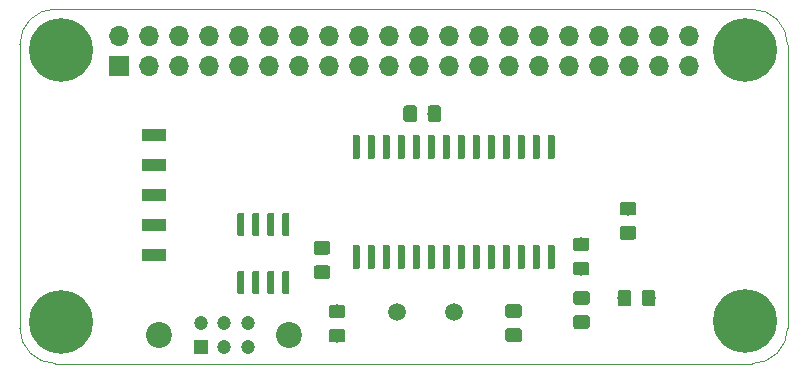
<source format=gbr>
G04 #@! TF.GenerationSoftware,KiCad,Pcbnew,(5.1.4)-1*
G04 #@! TF.CreationDate,2021-07-13T12:31:04-04:00*
G04 #@! TF.ProjectId,RocketPi,526f636b-6574-4506-992e-6b696361645f,rev?*
G04 #@! TF.SameCoordinates,Original*
G04 #@! TF.FileFunction,Soldermask,Bot*
G04 #@! TF.FilePolarity,Negative*
%FSLAX46Y46*%
G04 Gerber Fmt 4.6, Leading zero omitted, Abs format (unit mm)*
G04 Created by KiCad (PCBNEW (5.1.4)-1) date 2021-07-13 12:31:04*
%MOMM*%
%LPD*%
G04 APERTURE LIST*
%ADD10C,0.100000*%
%ADD11C,5.400000*%
%ADD12C,1.150000*%
%ADD13C,1.500000*%
%ADD14C,0.600000*%
%ADD15O,1.700000X1.700000*%
%ADD16R,1.700000X1.700000*%
%ADD17R,2.000000X1.000000*%
%ADD18C,2.200000*%
%ADD19C,1.200000*%
%ADD20R,1.200000X1.200000*%
G04 APERTURE END LIST*
D10*
X68046600Y-42164000D02*
G75*
G03X65049400Y-45161200I0J-2997200D01*
G01*
X127052600Y-72178400D02*
G75*
G03X130052600Y-69178400I0J3000000D01*
G01*
X130052600Y-45178400D02*
G75*
G03X127052600Y-42178400I-3000000J0D01*
G01*
X65052600Y-69178400D02*
G75*
G03X68052600Y-72178400I3000000J0D01*
G01*
X68046600Y-42164000D02*
X127052600Y-42178400D01*
X65049400Y-45161200D02*
X65052600Y-69178400D01*
X68052600Y-72178400D02*
X127052600Y-72178400D01*
X130052600Y-45178400D02*
X130052600Y-69178400D01*
D11*
X126466600Y-45618400D03*
X126466600Y-68605400D03*
X68529200Y-68681600D03*
X68554600Y-45669200D03*
D10*
G36*
X117009705Y-58497604D02*
G01*
X117033973Y-58501204D01*
X117057772Y-58507165D01*
X117080871Y-58515430D01*
X117103050Y-58525920D01*
X117124093Y-58538532D01*
X117143799Y-58553147D01*
X117161977Y-58569623D01*
X117178453Y-58587801D01*
X117193068Y-58607507D01*
X117205680Y-58628550D01*
X117216170Y-58650729D01*
X117224435Y-58673828D01*
X117230396Y-58697627D01*
X117233996Y-58721895D01*
X117235200Y-58746399D01*
X117235200Y-59396401D01*
X117233996Y-59420905D01*
X117230396Y-59445173D01*
X117224435Y-59468972D01*
X117216170Y-59492071D01*
X117205680Y-59514250D01*
X117193068Y-59535293D01*
X117178453Y-59554999D01*
X117161977Y-59573177D01*
X117143799Y-59589653D01*
X117124093Y-59604268D01*
X117103050Y-59616880D01*
X117080871Y-59627370D01*
X117057772Y-59635635D01*
X117033973Y-59641596D01*
X117009705Y-59645196D01*
X116985201Y-59646400D01*
X116085199Y-59646400D01*
X116060695Y-59645196D01*
X116036427Y-59641596D01*
X116012628Y-59635635D01*
X115989529Y-59627370D01*
X115967350Y-59616880D01*
X115946307Y-59604268D01*
X115926601Y-59589653D01*
X115908423Y-59573177D01*
X115891947Y-59554999D01*
X115877332Y-59535293D01*
X115864720Y-59514250D01*
X115854230Y-59492071D01*
X115845965Y-59468972D01*
X115840004Y-59445173D01*
X115836404Y-59420905D01*
X115835200Y-59396401D01*
X115835200Y-58746399D01*
X115836404Y-58721895D01*
X115840004Y-58697627D01*
X115845965Y-58673828D01*
X115854230Y-58650729D01*
X115864720Y-58628550D01*
X115877332Y-58607507D01*
X115891947Y-58587801D01*
X115908423Y-58569623D01*
X115926601Y-58553147D01*
X115946307Y-58538532D01*
X115967350Y-58525920D01*
X115989529Y-58515430D01*
X116012628Y-58507165D01*
X116036427Y-58501204D01*
X116060695Y-58497604D01*
X116085199Y-58496400D01*
X116985201Y-58496400D01*
X117009705Y-58497604D01*
X117009705Y-58497604D01*
G37*
D12*
X116535200Y-59071400D03*
D10*
G36*
X117009705Y-60547604D02*
G01*
X117033973Y-60551204D01*
X117057772Y-60557165D01*
X117080871Y-60565430D01*
X117103050Y-60575920D01*
X117124093Y-60588532D01*
X117143799Y-60603147D01*
X117161977Y-60619623D01*
X117178453Y-60637801D01*
X117193068Y-60657507D01*
X117205680Y-60678550D01*
X117216170Y-60700729D01*
X117224435Y-60723828D01*
X117230396Y-60747627D01*
X117233996Y-60771895D01*
X117235200Y-60796399D01*
X117235200Y-61446401D01*
X117233996Y-61470905D01*
X117230396Y-61495173D01*
X117224435Y-61518972D01*
X117216170Y-61542071D01*
X117205680Y-61564250D01*
X117193068Y-61585293D01*
X117178453Y-61604999D01*
X117161977Y-61623177D01*
X117143799Y-61639653D01*
X117124093Y-61654268D01*
X117103050Y-61666880D01*
X117080871Y-61677370D01*
X117057772Y-61685635D01*
X117033973Y-61691596D01*
X117009705Y-61695196D01*
X116985201Y-61696400D01*
X116085199Y-61696400D01*
X116060695Y-61695196D01*
X116036427Y-61691596D01*
X116012628Y-61685635D01*
X115989529Y-61677370D01*
X115967350Y-61666880D01*
X115946307Y-61654268D01*
X115926601Y-61639653D01*
X115908423Y-61623177D01*
X115891947Y-61604999D01*
X115877332Y-61585293D01*
X115864720Y-61564250D01*
X115854230Y-61542071D01*
X115845965Y-61518972D01*
X115840004Y-61495173D01*
X115836404Y-61470905D01*
X115835200Y-61446401D01*
X115835200Y-60796399D01*
X115836404Y-60771895D01*
X115840004Y-60747627D01*
X115845965Y-60723828D01*
X115854230Y-60700729D01*
X115864720Y-60678550D01*
X115877332Y-60657507D01*
X115891947Y-60637801D01*
X115908423Y-60619623D01*
X115926601Y-60603147D01*
X115946307Y-60588532D01*
X115967350Y-60575920D01*
X115989529Y-60565430D01*
X116012628Y-60557165D01*
X116036427Y-60551204D01*
X116060695Y-60547604D01*
X116085199Y-60546400D01*
X116985201Y-60546400D01*
X117009705Y-60547604D01*
X117009705Y-60547604D01*
G37*
D12*
X116535200Y-61121400D03*
D13*
X96948600Y-67792600D03*
X101828600Y-67792600D03*
D10*
G36*
X110197503Y-52847322D02*
G01*
X110212064Y-52849482D01*
X110226343Y-52853059D01*
X110240203Y-52858018D01*
X110253510Y-52864312D01*
X110266136Y-52871880D01*
X110277959Y-52880648D01*
X110288866Y-52890534D01*
X110298752Y-52901441D01*
X110307520Y-52913264D01*
X110315088Y-52925890D01*
X110321382Y-52939197D01*
X110326341Y-52953057D01*
X110329918Y-52967336D01*
X110332078Y-52981897D01*
X110332800Y-52996600D01*
X110332800Y-54746600D01*
X110332078Y-54761303D01*
X110329918Y-54775864D01*
X110326341Y-54790143D01*
X110321382Y-54804003D01*
X110315088Y-54817310D01*
X110307520Y-54829936D01*
X110298752Y-54841759D01*
X110288866Y-54852666D01*
X110277959Y-54862552D01*
X110266136Y-54871320D01*
X110253510Y-54878888D01*
X110240203Y-54885182D01*
X110226343Y-54890141D01*
X110212064Y-54893718D01*
X110197503Y-54895878D01*
X110182800Y-54896600D01*
X109882800Y-54896600D01*
X109868097Y-54895878D01*
X109853536Y-54893718D01*
X109839257Y-54890141D01*
X109825397Y-54885182D01*
X109812090Y-54878888D01*
X109799464Y-54871320D01*
X109787641Y-54862552D01*
X109776734Y-54852666D01*
X109766848Y-54841759D01*
X109758080Y-54829936D01*
X109750512Y-54817310D01*
X109744218Y-54804003D01*
X109739259Y-54790143D01*
X109735682Y-54775864D01*
X109733522Y-54761303D01*
X109732800Y-54746600D01*
X109732800Y-52996600D01*
X109733522Y-52981897D01*
X109735682Y-52967336D01*
X109739259Y-52953057D01*
X109744218Y-52939197D01*
X109750512Y-52925890D01*
X109758080Y-52913264D01*
X109766848Y-52901441D01*
X109776734Y-52890534D01*
X109787641Y-52880648D01*
X109799464Y-52871880D01*
X109812090Y-52864312D01*
X109825397Y-52858018D01*
X109839257Y-52853059D01*
X109853536Y-52849482D01*
X109868097Y-52847322D01*
X109882800Y-52846600D01*
X110182800Y-52846600D01*
X110197503Y-52847322D01*
X110197503Y-52847322D01*
G37*
D14*
X110032800Y-53871600D03*
D10*
G36*
X108927503Y-52847322D02*
G01*
X108942064Y-52849482D01*
X108956343Y-52853059D01*
X108970203Y-52858018D01*
X108983510Y-52864312D01*
X108996136Y-52871880D01*
X109007959Y-52880648D01*
X109018866Y-52890534D01*
X109028752Y-52901441D01*
X109037520Y-52913264D01*
X109045088Y-52925890D01*
X109051382Y-52939197D01*
X109056341Y-52953057D01*
X109059918Y-52967336D01*
X109062078Y-52981897D01*
X109062800Y-52996600D01*
X109062800Y-54746600D01*
X109062078Y-54761303D01*
X109059918Y-54775864D01*
X109056341Y-54790143D01*
X109051382Y-54804003D01*
X109045088Y-54817310D01*
X109037520Y-54829936D01*
X109028752Y-54841759D01*
X109018866Y-54852666D01*
X109007959Y-54862552D01*
X108996136Y-54871320D01*
X108983510Y-54878888D01*
X108970203Y-54885182D01*
X108956343Y-54890141D01*
X108942064Y-54893718D01*
X108927503Y-54895878D01*
X108912800Y-54896600D01*
X108612800Y-54896600D01*
X108598097Y-54895878D01*
X108583536Y-54893718D01*
X108569257Y-54890141D01*
X108555397Y-54885182D01*
X108542090Y-54878888D01*
X108529464Y-54871320D01*
X108517641Y-54862552D01*
X108506734Y-54852666D01*
X108496848Y-54841759D01*
X108488080Y-54829936D01*
X108480512Y-54817310D01*
X108474218Y-54804003D01*
X108469259Y-54790143D01*
X108465682Y-54775864D01*
X108463522Y-54761303D01*
X108462800Y-54746600D01*
X108462800Y-52996600D01*
X108463522Y-52981897D01*
X108465682Y-52967336D01*
X108469259Y-52953057D01*
X108474218Y-52939197D01*
X108480512Y-52925890D01*
X108488080Y-52913264D01*
X108496848Y-52901441D01*
X108506734Y-52890534D01*
X108517641Y-52880648D01*
X108529464Y-52871880D01*
X108542090Y-52864312D01*
X108555397Y-52858018D01*
X108569257Y-52853059D01*
X108583536Y-52849482D01*
X108598097Y-52847322D01*
X108612800Y-52846600D01*
X108912800Y-52846600D01*
X108927503Y-52847322D01*
X108927503Y-52847322D01*
G37*
D14*
X108762800Y-53871600D03*
D10*
G36*
X107657503Y-52847322D02*
G01*
X107672064Y-52849482D01*
X107686343Y-52853059D01*
X107700203Y-52858018D01*
X107713510Y-52864312D01*
X107726136Y-52871880D01*
X107737959Y-52880648D01*
X107748866Y-52890534D01*
X107758752Y-52901441D01*
X107767520Y-52913264D01*
X107775088Y-52925890D01*
X107781382Y-52939197D01*
X107786341Y-52953057D01*
X107789918Y-52967336D01*
X107792078Y-52981897D01*
X107792800Y-52996600D01*
X107792800Y-54746600D01*
X107792078Y-54761303D01*
X107789918Y-54775864D01*
X107786341Y-54790143D01*
X107781382Y-54804003D01*
X107775088Y-54817310D01*
X107767520Y-54829936D01*
X107758752Y-54841759D01*
X107748866Y-54852666D01*
X107737959Y-54862552D01*
X107726136Y-54871320D01*
X107713510Y-54878888D01*
X107700203Y-54885182D01*
X107686343Y-54890141D01*
X107672064Y-54893718D01*
X107657503Y-54895878D01*
X107642800Y-54896600D01*
X107342800Y-54896600D01*
X107328097Y-54895878D01*
X107313536Y-54893718D01*
X107299257Y-54890141D01*
X107285397Y-54885182D01*
X107272090Y-54878888D01*
X107259464Y-54871320D01*
X107247641Y-54862552D01*
X107236734Y-54852666D01*
X107226848Y-54841759D01*
X107218080Y-54829936D01*
X107210512Y-54817310D01*
X107204218Y-54804003D01*
X107199259Y-54790143D01*
X107195682Y-54775864D01*
X107193522Y-54761303D01*
X107192800Y-54746600D01*
X107192800Y-52996600D01*
X107193522Y-52981897D01*
X107195682Y-52967336D01*
X107199259Y-52953057D01*
X107204218Y-52939197D01*
X107210512Y-52925890D01*
X107218080Y-52913264D01*
X107226848Y-52901441D01*
X107236734Y-52890534D01*
X107247641Y-52880648D01*
X107259464Y-52871880D01*
X107272090Y-52864312D01*
X107285397Y-52858018D01*
X107299257Y-52853059D01*
X107313536Y-52849482D01*
X107328097Y-52847322D01*
X107342800Y-52846600D01*
X107642800Y-52846600D01*
X107657503Y-52847322D01*
X107657503Y-52847322D01*
G37*
D14*
X107492800Y-53871600D03*
D10*
G36*
X106387503Y-52847322D02*
G01*
X106402064Y-52849482D01*
X106416343Y-52853059D01*
X106430203Y-52858018D01*
X106443510Y-52864312D01*
X106456136Y-52871880D01*
X106467959Y-52880648D01*
X106478866Y-52890534D01*
X106488752Y-52901441D01*
X106497520Y-52913264D01*
X106505088Y-52925890D01*
X106511382Y-52939197D01*
X106516341Y-52953057D01*
X106519918Y-52967336D01*
X106522078Y-52981897D01*
X106522800Y-52996600D01*
X106522800Y-54746600D01*
X106522078Y-54761303D01*
X106519918Y-54775864D01*
X106516341Y-54790143D01*
X106511382Y-54804003D01*
X106505088Y-54817310D01*
X106497520Y-54829936D01*
X106488752Y-54841759D01*
X106478866Y-54852666D01*
X106467959Y-54862552D01*
X106456136Y-54871320D01*
X106443510Y-54878888D01*
X106430203Y-54885182D01*
X106416343Y-54890141D01*
X106402064Y-54893718D01*
X106387503Y-54895878D01*
X106372800Y-54896600D01*
X106072800Y-54896600D01*
X106058097Y-54895878D01*
X106043536Y-54893718D01*
X106029257Y-54890141D01*
X106015397Y-54885182D01*
X106002090Y-54878888D01*
X105989464Y-54871320D01*
X105977641Y-54862552D01*
X105966734Y-54852666D01*
X105956848Y-54841759D01*
X105948080Y-54829936D01*
X105940512Y-54817310D01*
X105934218Y-54804003D01*
X105929259Y-54790143D01*
X105925682Y-54775864D01*
X105923522Y-54761303D01*
X105922800Y-54746600D01*
X105922800Y-52996600D01*
X105923522Y-52981897D01*
X105925682Y-52967336D01*
X105929259Y-52953057D01*
X105934218Y-52939197D01*
X105940512Y-52925890D01*
X105948080Y-52913264D01*
X105956848Y-52901441D01*
X105966734Y-52890534D01*
X105977641Y-52880648D01*
X105989464Y-52871880D01*
X106002090Y-52864312D01*
X106015397Y-52858018D01*
X106029257Y-52853059D01*
X106043536Y-52849482D01*
X106058097Y-52847322D01*
X106072800Y-52846600D01*
X106372800Y-52846600D01*
X106387503Y-52847322D01*
X106387503Y-52847322D01*
G37*
D14*
X106222800Y-53871600D03*
D10*
G36*
X105117503Y-52847322D02*
G01*
X105132064Y-52849482D01*
X105146343Y-52853059D01*
X105160203Y-52858018D01*
X105173510Y-52864312D01*
X105186136Y-52871880D01*
X105197959Y-52880648D01*
X105208866Y-52890534D01*
X105218752Y-52901441D01*
X105227520Y-52913264D01*
X105235088Y-52925890D01*
X105241382Y-52939197D01*
X105246341Y-52953057D01*
X105249918Y-52967336D01*
X105252078Y-52981897D01*
X105252800Y-52996600D01*
X105252800Y-54746600D01*
X105252078Y-54761303D01*
X105249918Y-54775864D01*
X105246341Y-54790143D01*
X105241382Y-54804003D01*
X105235088Y-54817310D01*
X105227520Y-54829936D01*
X105218752Y-54841759D01*
X105208866Y-54852666D01*
X105197959Y-54862552D01*
X105186136Y-54871320D01*
X105173510Y-54878888D01*
X105160203Y-54885182D01*
X105146343Y-54890141D01*
X105132064Y-54893718D01*
X105117503Y-54895878D01*
X105102800Y-54896600D01*
X104802800Y-54896600D01*
X104788097Y-54895878D01*
X104773536Y-54893718D01*
X104759257Y-54890141D01*
X104745397Y-54885182D01*
X104732090Y-54878888D01*
X104719464Y-54871320D01*
X104707641Y-54862552D01*
X104696734Y-54852666D01*
X104686848Y-54841759D01*
X104678080Y-54829936D01*
X104670512Y-54817310D01*
X104664218Y-54804003D01*
X104659259Y-54790143D01*
X104655682Y-54775864D01*
X104653522Y-54761303D01*
X104652800Y-54746600D01*
X104652800Y-52996600D01*
X104653522Y-52981897D01*
X104655682Y-52967336D01*
X104659259Y-52953057D01*
X104664218Y-52939197D01*
X104670512Y-52925890D01*
X104678080Y-52913264D01*
X104686848Y-52901441D01*
X104696734Y-52890534D01*
X104707641Y-52880648D01*
X104719464Y-52871880D01*
X104732090Y-52864312D01*
X104745397Y-52858018D01*
X104759257Y-52853059D01*
X104773536Y-52849482D01*
X104788097Y-52847322D01*
X104802800Y-52846600D01*
X105102800Y-52846600D01*
X105117503Y-52847322D01*
X105117503Y-52847322D01*
G37*
D14*
X104952800Y-53871600D03*
D10*
G36*
X103847503Y-52847322D02*
G01*
X103862064Y-52849482D01*
X103876343Y-52853059D01*
X103890203Y-52858018D01*
X103903510Y-52864312D01*
X103916136Y-52871880D01*
X103927959Y-52880648D01*
X103938866Y-52890534D01*
X103948752Y-52901441D01*
X103957520Y-52913264D01*
X103965088Y-52925890D01*
X103971382Y-52939197D01*
X103976341Y-52953057D01*
X103979918Y-52967336D01*
X103982078Y-52981897D01*
X103982800Y-52996600D01*
X103982800Y-54746600D01*
X103982078Y-54761303D01*
X103979918Y-54775864D01*
X103976341Y-54790143D01*
X103971382Y-54804003D01*
X103965088Y-54817310D01*
X103957520Y-54829936D01*
X103948752Y-54841759D01*
X103938866Y-54852666D01*
X103927959Y-54862552D01*
X103916136Y-54871320D01*
X103903510Y-54878888D01*
X103890203Y-54885182D01*
X103876343Y-54890141D01*
X103862064Y-54893718D01*
X103847503Y-54895878D01*
X103832800Y-54896600D01*
X103532800Y-54896600D01*
X103518097Y-54895878D01*
X103503536Y-54893718D01*
X103489257Y-54890141D01*
X103475397Y-54885182D01*
X103462090Y-54878888D01*
X103449464Y-54871320D01*
X103437641Y-54862552D01*
X103426734Y-54852666D01*
X103416848Y-54841759D01*
X103408080Y-54829936D01*
X103400512Y-54817310D01*
X103394218Y-54804003D01*
X103389259Y-54790143D01*
X103385682Y-54775864D01*
X103383522Y-54761303D01*
X103382800Y-54746600D01*
X103382800Y-52996600D01*
X103383522Y-52981897D01*
X103385682Y-52967336D01*
X103389259Y-52953057D01*
X103394218Y-52939197D01*
X103400512Y-52925890D01*
X103408080Y-52913264D01*
X103416848Y-52901441D01*
X103426734Y-52890534D01*
X103437641Y-52880648D01*
X103449464Y-52871880D01*
X103462090Y-52864312D01*
X103475397Y-52858018D01*
X103489257Y-52853059D01*
X103503536Y-52849482D01*
X103518097Y-52847322D01*
X103532800Y-52846600D01*
X103832800Y-52846600D01*
X103847503Y-52847322D01*
X103847503Y-52847322D01*
G37*
D14*
X103682800Y-53871600D03*
D10*
G36*
X102577503Y-52847322D02*
G01*
X102592064Y-52849482D01*
X102606343Y-52853059D01*
X102620203Y-52858018D01*
X102633510Y-52864312D01*
X102646136Y-52871880D01*
X102657959Y-52880648D01*
X102668866Y-52890534D01*
X102678752Y-52901441D01*
X102687520Y-52913264D01*
X102695088Y-52925890D01*
X102701382Y-52939197D01*
X102706341Y-52953057D01*
X102709918Y-52967336D01*
X102712078Y-52981897D01*
X102712800Y-52996600D01*
X102712800Y-54746600D01*
X102712078Y-54761303D01*
X102709918Y-54775864D01*
X102706341Y-54790143D01*
X102701382Y-54804003D01*
X102695088Y-54817310D01*
X102687520Y-54829936D01*
X102678752Y-54841759D01*
X102668866Y-54852666D01*
X102657959Y-54862552D01*
X102646136Y-54871320D01*
X102633510Y-54878888D01*
X102620203Y-54885182D01*
X102606343Y-54890141D01*
X102592064Y-54893718D01*
X102577503Y-54895878D01*
X102562800Y-54896600D01*
X102262800Y-54896600D01*
X102248097Y-54895878D01*
X102233536Y-54893718D01*
X102219257Y-54890141D01*
X102205397Y-54885182D01*
X102192090Y-54878888D01*
X102179464Y-54871320D01*
X102167641Y-54862552D01*
X102156734Y-54852666D01*
X102146848Y-54841759D01*
X102138080Y-54829936D01*
X102130512Y-54817310D01*
X102124218Y-54804003D01*
X102119259Y-54790143D01*
X102115682Y-54775864D01*
X102113522Y-54761303D01*
X102112800Y-54746600D01*
X102112800Y-52996600D01*
X102113522Y-52981897D01*
X102115682Y-52967336D01*
X102119259Y-52953057D01*
X102124218Y-52939197D01*
X102130512Y-52925890D01*
X102138080Y-52913264D01*
X102146848Y-52901441D01*
X102156734Y-52890534D01*
X102167641Y-52880648D01*
X102179464Y-52871880D01*
X102192090Y-52864312D01*
X102205397Y-52858018D01*
X102219257Y-52853059D01*
X102233536Y-52849482D01*
X102248097Y-52847322D01*
X102262800Y-52846600D01*
X102562800Y-52846600D01*
X102577503Y-52847322D01*
X102577503Y-52847322D01*
G37*
D14*
X102412800Y-53871600D03*
D10*
G36*
X101307503Y-52847322D02*
G01*
X101322064Y-52849482D01*
X101336343Y-52853059D01*
X101350203Y-52858018D01*
X101363510Y-52864312D01*
X101376136Y-52871880D01*
X101387959Y-52880648D01*
X101398866Y-52890534D01*
X101408752Y-52901441D01*
X101417520Y-52913264D01*
X101425088Y-52925890D01*
X101431382Y-52939197D01*
X101436341Y-52953057D01*
X101439918Y-52967336D01*
X101442078Y-52981897D01*
X101442800Y-52996600D01*
X101442800Y-54746600D01*
X101442078Y-54761303D01*
X101439918Y-54775864D01*
X101436341Y-54790143D01*
X101431382Y-54804003D01*
X101425088Y-54817310D01*
X101417520Y-54829936D01*
X101408752Y-54841759D01*
X101398866Y-54852666D01*
X101387959Y-54862552D01*
X101376136Y-54871320D01*
X101363510Y-54878888D01*
X101350203Y-54885182D01*
X101336343Y-54890141D01*
X101322064Y-54893718D01*
X101307503Y-54895878D01*
X101292800Y-54896600D01*
X100992800Y-54896600D01*
X100978097Y-54895878D01*
X100963536Y-54893718D01*
X100949257Y-54890141D01*
X100935397Y-54885182D01*
X100922090Y-54878888D01*
X100909464Y-54871320D01*
X100897641Y-54862552D01*
X100886734Y-54852666D01*
X100876848Y-54841759D01*
X100868080Y-54829936D01*
X100860512Y-54817310D01*
X100854218Y-54804003D01*
X100849259Y-54790143D01*
X100845682Y-54775864D01*
X100843522Y-54761303D01*
X100842800Y-54746600D01*
X100842800Y-52996600D01*
X100843522Y-52981897D01*
X100845682Y-52967336D01*
X100849259Y-52953057D01*
X100854218Y-52939197D01*
X100860512Y-52925890D01*
X100868080Y-52913264D01*
X100876848Y-52901441D01*
X100886734Y-52890534D01*
X100897641Y-52880648D01*
X100909464Y-52871880D01*
X100922090Y-52864312D01*
X100935397Y-52858018D01*
X100949257Y-52853059D01*
X100963536Y-52849482D01*
X100978097Y-52847322D01*
X100992800Y-52846600D01*
X101292800Y-52846600D01*
X101307503Y-52847322D01*
X101307503Y-52847322D01*
G37*
D14*
X101142800Y-53871600D03*
D10*
G36*
X100037503Y-52847322D02*
G01*
X100052064Y-52849482D01*
X100066343Y-52853059D01*
X100080203Y-52858018D01*
X100093510Y-52864312D01*
X100106136Y-52871880D01*
X100117959Y-52880648D01*
X100128866Y-52890534D01*
X100138752Y-52901441D01*
X100147520Y-52913264D01*
X100155088Y-52925890D01*
X100161382Y-52939197D01*
X100166341Y-52953057D01*
X100169918Y-52967336D01*
X100172078Y-52981897D01*
X100172800Y-52996600D01*
X100172800Y-54746600D01*
X100172078Y-54761303D01*
X100169918Y-54775864D01*
X100166341Y-54790143D01*
X100161382Y-54804003D01*
X100155088Y-54817310D01*
X100147520Y-54829936D01*
X100138752Y-54841759D01*
X100128866Y-54852666D01*
X100117959Y-54862552D01*
X100106136Y-54871320D01*
X100093510Y-54878888D01*
X100080203Y-54885182D01*
X100066343Y-54890141D01*
X100052064Y-54893718D01*
X100037503Y-54895878D01*
X100022800Y-54896600D01*
X99722800Y-54896600D01*
X99708097Y-54895878D01*
X99693536Y-54893718D01*
X99679257Y-54890141D01*
X99665397Y-54885182D01*
X99652090Y-54878888D01*
X99639464Y-54871320D01*
X99627641Y-54862552D01*
X99616734Y-54852666D01*
X99606848Y-54841759D01*
X99598080Y-54829936D01*
X99590512Y-54817310D01*
X99584218Y-54804003D01*
X99579259Y-54790143D01*
X99575682Y-54775864D01*
X99573522Y-54761303D01*
X99572800Y-54746600D01*
X99572800Y-52996600D01*
X99573522Y-52981897D01*
X99575682Y-52967336D01*
X99579259Y-52953057D01*
X99584218Y-52939197D01*
X99590512Y-52925890D01*
X99598080Y-52913264D01*
X99606848Y-52901441D01*
X99616734Y-52890534D01*
X99627641Y-52880648D01*
X99639464Y-52871880D01*
X99652090Y-52864312D01*
X99665397Y-52858018D01*
X99679257Y-52853059D01*
X99693536Y-52849482D01*
X99708097Y-52847322D01*
X99722800Y-52846600D01*
X100022800Y-52846600D01*
X100037503Y-52847322D01*
X100037503Y-52847322D01*
G37*
D14*
X99872800Y-53871600D03*
D10*
G36*
X98767503Y-52847322D02*
G01*
X98782064Y-52849482D01*
X98796343Y-52853059D01*
X98810203Y-52858018D01*
X98823510Y-52864312D01*
X98836136Y-52871880D01*
X98847959Y-52880648D01*
X98858866Y-52890534D01*
X98868752Y-52901441D01*
X98877520Y-52913264D01*
X98885088Y-52925890D01*
X98891382Y-52939197D01*
X98896341Y-52953057D01*
X98899918Y-52967336D01*
X98902078Y-52981897D01*
X98902800Y-52996600D01*
X98902800Y-54746600D01*
X98902078Y-54761303D01*
X98899918Y-54775864D01*
X98896341Y-54790143D01*
X98891382Y-54804003D01*
X98885088Y-54817310D01*
X98877520Y-54829936D01*
X98868752Y-54841759D01*
X98858866Y-54852666D01*
X98847959Y-54862552D01*
X98836136Y-54871320D01*
X98823510Y-54878888D01*
X98810203Y-54885182D01*
X98796343Y-54890141D01*
X98782064Y-54893718D01*
X98767503Y-54895878D01*
X98752800Y-54896600D01*
X98452800Y-54896600D01*
X98438097Y-54895878D01*
X98423536Y-54893718D01*
X98409257Y-54890141D01*
X98395397Y-54885182D01*
X98382090Y-54878888D01*
X98369464Y-54871320D01*
X98357641Y-54862552D01*
X98346734Y-54852666D01*
X98336848Y-54841759D01*
X98328080Y-54829936D01*
X98320512Y-54817310D01*
X98314218Y-54804003D01*
X98309259Y-54790143D01*
X98305682Y-54775864D01*
X98303522Y-54761303D01*
X98302800Y-54746600D01*
X98302800Y-52996600D01*
X98303522Y-52981897D01*
X98305682Y-52967336D01*
X98309259Y-52953057D01*
X98314218Y-52939197D01*
X98320512Y-52925890D01*
X98328080Y-52913264D01*
X98336848Y-52901441D01*
X98346734Y-52890534D01*
X98357641Y-52880648D01*
X98369464Y-52871880D01*
X98382090Y-52864312D01*
X98395397Y-52858018D01*
X98409257Y-52853059D01*
X98423536Y-52849482D01*
X98438097Y-52847322D01*
X98452800Y-52846600D01*
X98752800Y-52846600D01*
X98767503Y-52847322D01*
X98767503Y-52847322D01*
G37*
D14*
X98602800Y-53871600D03*
D10*
G36*
X97497503Y-52847322D02*
G01*
X97512064Y-52849482D01*
X97526343Y-52853059D01*
X97540203Y-52858018D01*
X97553510Y-52864312D01*
X97566136Y-52871880D01*
X97577959Y-52880648D01*
X97588866Y-52890534D01*
X97598752Y-52901441D01*
X97607520Y-52913264D01*
X97615088Y-52925890D01*
X97621382Y-52939197D01*
X97626341Y-52953057D01*
X97629918Y-52967336D01*
X97632078Y-52981897D01*
X97632800Y-52996600D01*
X97632800Y-54746600D01*
X97632078Y-54761303D01*
X97629918Y-54775864D01*
X97626341Y-54790143D01*
X97621382Y-54804003D01*
X97615088Y-54817310D01*
X97607520Y-54829936D01*
X97598752Y-54841759D01*
X97588866Y-54852666D01*
X97577959Y-54862552D01*
X97566136Y-54871320D01*
X97553510Y-54878888D01*
X97540203Y-54885182D01*
X97526343Y-54890141D01*
X97512064Y-54893718D01*
X97497503Y-54895878D01*
X97482800Y-54896600D01*
X97182800Y-54896600D01*
X97168097Y-54895878D01*
X97153536Y-54893718D01*
X97139257Y-54890141D01*
X97125397Y-54885182D01*
X97112090Y-54878888D01*
X97099464Y-54871320D01*
X97087641Y-54862552D01*
X97076734Y-54852666D01*
X97066848Y-54841759D01*
X97058080Y-54829936D01*
X97050512Y-54817310D01*
X97044218Y-54804003D01*
X97039259Y-54790143D01*
X97035682Y-54775864D01*
X97033522Y-54761303D01*
X97032800Y-54746600D01*
X97032800Y-52996600D01*
X97033522Y-52981897D01*
X97035682Y-52967336D01*
X97039259Y-52953057D01*
X97044218Y-52939197D01*
X97050512Y-52925890D01*
X97058080Y-52913264D01*
X97066848Y-52901441D01*
X97076734Y-52890534D01*
X97087641Y-52880648D01*
X97099464Y-52871880D01*
X97112090Y-52864312D01*
X97125397Y-52858018D01*
X97139257Y-52853059D01*
X97153536Y-52849482D01*
X97168097Y-52847322D01*
X97182800Y-52846600D01*
X97482800Y-52846600D01*
X97497503Y-52847322D01*
X97497503Y-52847322D01*
G37*
D14*
X97332800Y-53871600D03*
D10*
G36*
X96227503Y-52847322D02*
G01*
X96242064Y-52849482D01*
X96256343Y-52853059D01*
X96270203Y-52858018D01*
X96283510Y-52864312D01*
X96296136Y-52871880D01*
X96307959Y-52880648D01*
X96318866Y-52890534D01*
X96328752Y-52901441D01*
X96337520Y-52913264D01*
X96345088Y-52925890D01*
X96351382Y-52939197D01*
X96356341Y-52953057D01*
X96359918Y-52967336D01*
X96362078Y-52981897D01*
X96362800Y-52996600D01*
X96362800Y-54746600D01*
X96362078Y-54761303D01*
X96359918Y-54775864D01*
X96356341Y-54790143D01*
X96351382Y-54804003D01*
X96345088Y-54817310D01*
X96337520Y-54829936D01*
X96328752Y-54841759D01*
X96318866Y-54852666D01*
X96307959Y-54862552D01*
X96296136Y-54871320D01*
X96283510Y-54878888D01*
X96270203Y-54885182D01*
X96256343Y-54890141D01*
X96242064Y-54893718D01*
X96227503Y-54895878D01*
X96212800Y-54896600D01*
X95912800Y-54896600D01*
X95898097Y-54895878D01*
X95883536Y-54893718D01*
X95869257Y-54890141D01*
X95855397Y-54885182D01*
X95842090Y-54878888D01*
X95829464Y-54871320D01*
X95817641Y-54862552D01*
X95806734Y-54852666D01*
X95796848Y-54841759D01*
X95788080Y-54829936D01*
X95780512Y-54817310D01*
X95774218Y-54804003D01*
X95769259Y-54790143D01*
X95765682Y-54775864D01*
X95763522Y-54761303D01*
X95762800Y-54746600D01*
X95762800Y-52996600D01*
X95763522Y-52981897D01*
X95765682Y-52967336D01*
X95769259Y-52953057D01*
X95774218Y-52939197D01*
X95780512Y-52925890D01*
X95788080Y-52913264D01*
X95796848Y-52901441D01*
X95806734Y-52890534D01*
X95817641Y-52880648D01*
X95829464Y-52871880D01*
X95842090Y-52864312D01*
X95855397Y-52858018D01*
X95869257Y-52853059D01*
X95883536Y-52849482D01*
X95898097Y-52847322D01*
X95912800Y-52846600D01*
X96212800Y-52846600D01*
X96227503Y-52847322D01*
X96227503Y-52847322D01*
G37*
D14*
X96062800Y-53871600D03*
D10*
G36*
X94957503Y-52847322D02*
G01*
X94972064Y-52849482D01*
X94986343Y-52853059D01*
X95000203Y-52858018D01*
X95013510Y-52864312D01*
X95026136Y-52871880D01*
X95037959Y-52880648D01*
X95048866Y-52890534D01*
X95058752Y-52901441D01*
X95067520Y-52913264D01*
X95075088Y-52925890D01*
X95081382Y-52939197D01*
X95086341Y-52953057D01*
X95089918Y-52967336D01*
X95092078Y-52981897D01*
X95092800Y-52996600D01*
X95092800Y-54746600D01*
X95092078Y-54761303D01*
X95089918Y-54775864D01*
X95086341Y-54790143D01*
X95081382Y-54804003D01*
X95075088Y-54817310D01*
X95067520Y-54829936D01*
X95058752Y-54841759D01*
X95048866Y-54852666D01*
X95037959Y-54862552D01*
X95026136Y-54871320D01*
X95013510Y-54878888D01*
X95000203Y-54885182D01*
X94986343Y-54890141D01*
X94972064Y-54893718D01*
X94957503Y-54895878D01*
X94942800Y-54896600D01*
X94642800Y-54896600D01*
X94628097Y-54895878D01*
X94613536Y-54893718D01*
X94599257Y-54890141D01*
X94585397Y-54885182D01*
X94572090Y-54878888D01*
X94559464Y-54871320D01*
X94547641Y-54862552D01*
X94536734Y-54852666D01*
X94526848Y-54841759D01*
X94518080Y-54829936D01*
X94510512Y-54817310D01*
X94504218Y-54804003D01*
X94499259Y-54790143D01*
X94495682Y-54775864D01*
X94493522Y-54761303D01*
X94492800Y-54746600D01*
X94492800Y-52996600D01*
X94493522Y-52981897D01*
X94495682Y-52967336D01*
X94499259Y-52953057D01*
X94504218Y-52939197D01*
X94510512Y-52925890D01*
X94518080Y-52913264D01*
X94526848Y-52901441D01*
X94536734Y-52890534D01*
X94547641Y-52880648D01*
X94559464Y-52871880D01*
X94572090Y-52864312D01*
X94585397Y-52858018D01*
X94599257Y-52853059D01*
X94613536Y-52849482D01*
X94628097Y-52847322D01*
X94642800Y-52846600D01*
X94942800Y-52846600D01*
X94957503Y-52847322D01*
X94957503Y-52847322D01*
G37*
D14*
X94792800Y-53871600D03*
D10*
G36*
X93687503Y-52847322D02*
G01*
X93702064Y-52849482D01*
X93716343Y-52853059D01*
X93730203Y-52858018D01*
X93743510Y-52864312D01*
X93756136Y-52871880D01*
X93767959Y-52880648D01*
X93778866Y-52890534D01*
X93788752Y-52901441D01*
X93797520Y-52913264D01*
X93805088Y-52925890D01*
X93811382Y-52939197D01*
X93816341Y-52953057D01*
X93819918Y-52967336D01*
X93822078Y-52981897D01*
X93822800Y-52996600D01*
X93822800Y-54746600D01*
X93822078Y-54761303D01*
X93819918Y-54775864D01*
X93816341Y-54790143D01*
X93811382Y-54804003D01*
X93805088Y-54817310D01*
X93797520Y-54829936D01*
X93788752Y-54841759D01*
X93778866Y-54852666D01*
X93767959Y-54862552D01*
X93756136Y-54871320D01*
X93743510Y-54878888D01*
X93730203Y-54885182D01*
X93716343Y-54890141D01*
X93702064Y-54893718D01*
X93687503Y-54895878D01*
X93672800Y-54896600D01*
X93372800Y-54896600D01*
X93358097Y-54895878D01*
X93343536Y-54893718D01*
X93329257Y-54890141D01*
X93315397Y-54885182D01*
X93302090Y-54878888D01*
X93289464Y-54871320D01*
X93277641Y-54862552D01*
X93266734Y-54852666D01*
X93256848Y-54841759D01*
X93248080Y-54829936D01*
X93240512Y-54817310D01*
X93234218Y-54804003D01*
X93229259Y-54790143D01*
X93225682Y-54775864D01*
X93223522Y-54761303D01*
X93222800Y-54746600D01*
X93222800Y-52996600D01*
X93223522Y-52981897D01*
X93225682Y-52967336D01*
X93229259Y-52953057D01*
X93234218Y-52939197D01*
X93240512Y-52925890D01*
X93248080Y-52913264D01*
X93256848Y-52901441D01*
X93266734Y-52890534D01*
X93277641Y-52880648D01*
X93289464Y-52871880D01*
X93302090Y-52864312D01*
X93315397Y-52858018D01*
X93329257Y-52853059D01*
X93343536Y-52849482D01*
X93358097Y-52847322D01*
X93372800Y-52846600D01*
X93672800Y-52846600D01*
X93687503Y-52847322D01*
X93687503Y-52847322D01*
G37*
D14*
X93522800Y-53871600D03*
D10*
G36*
X93687503Y-62147322D02*
G01*
X93702064Y-62149482D01*
X93716343Y-62153059D01*
X93730203Y-62158018D01*
X93743510Y-62164312D01*
X93756136Y-62171880D01*
X93767959Y-62180648D01*
X93778866Y-62190534D01*
X93788752Y-62201441D01*
X93797520Y-62213264D01*
X93805088Y-62225890D01*
X93811382Y-62239197D01*
X93816341Y-62253057D01*
X93819918Y-62267336D01*
X93822078Y-62281897D01*
X93822800Y-62296600D01*
X93822800Y-64046600D01*
X93822078Y-64061303D01*
X93819918Y-64075864D01*
X93816341Y-64090143D01*
X93811382Y-64104003D01*
X93805088Y-64117310D01*
X93797520Y-64129936D01*
X93788752Y-64141759D01*
X93778866Y-64152666D01*
X93767959Y-64162552D01*
X93756136Y-64171320D01*
X93743510Y-64178888D01*
X93730203Y-64185182D01*
X93716343Y-64190141D01*
X93702064Y-64193718D01*
X93687503Y-64195878D01*
X93672800Y-64196600D01*
X93372800Y-64196600D01*
X93358097Y-64195878D01*
X93343536Y-64193718D01*
X93329257Y-64190141D01*
X93315397Y-64185182D01*
X93302090Y-64178888D01*
X93289464Y-64171320D01*
X93277641Y-64162552D01*
X93266734Y-64152666D01*
X93256848Y-64141759D01*
X93248080Y-64129936D01*
X93240512Y-64117310D01*
X93234218Y-64104003D01*
X93229259Y-64090143D01*
X93225682Y-64075864D01*
X93223522Y-64061303D01*
X93222800Y-64046600D01*
X93222800Y-62296600D01*
X93223522Y-62281897D01*
X93225682Y-62267336D01*
X93229259Y-62253057D01*
X93234218Y-62239197D01*
X93240512Y-62225890D01*
X93248080Y-62213264D01*
X93256848Y-62201441D01*
X93266734Y-62190534D01*
X93277641Y-62180648D01*
X93289464Y-62171880D01*
X93302090Y-62164312D01*
X93315397Y-62158018D01*
X93329257Y-62153059D01*
X93343536Y-62149482D01*
X93358097Y-62147322D01*
X93372800Y-62146600D01*
X93672800Y-62146600D01*
X93687503Y-62147322D01*
X93687503Y-62147322D01*
G37*
D14*
X93522800Y-63171600D03*
D10*
G36*
X94957503Y-62147322D02*
G01*
X94972064Y-62149482D01*
X94986343Y-62153059D01*
X95000203Y-62158018D01*
X95013510Y-62164312D01*
X95026136Y-62171880D01*
X95037959Y-62180648D01*
X95048866Y-62190534D01*
X95058752Y-62201441D01*
X95067520Y-62213264D01*
X95075088Y-62225890D01*
X95081382Y-62239197D01*
X95086341Y-62253057D01*
X95089918Y-62267336D01*
X95092078Y-62281897D01*
X95092800Y-62296600D01*
X95092800Y-64046600D01*
X95092078Y-64061303D01*
X95089918Y-64075864D01*
X95086341Y-64090143D01*
X95081382Y-64104003D01*
X95075088Y-64117310D01*
X95067520Y-64129936D01*
X95058752Y-64141759D01*
X95048866Y-64152666D01*
X95037959Y-64162552D01*
X95026136Y-64171320D01*
X95013510Y-64178888D01*
X95000203Y-64185182D01*
X94986343Y-64190141D01*
X94972064Y-64193718D01*
X94957503Y-64195878D01*
X94942800Y-64196600D01*
X94642800Y-64196600D01*
X94628097Y-64195878D01*
X94613536Y-64193718D01*
X94599257Y-64190141D01*
X94585397Y-64185182D01*
X94572090Y-64178888D01*
X94559464Y-64171320D01*
X94547641Y-64162552D01*
X94536734Y-64152666D01*
X94526848Y-64141759D01*
X94518080Y-64129936D01*
X94510512Y-64117310D01*
X94504218Y-64104003D01*
X94499259Y-64090143D01*
X94495682Y-64075864D01*
X94493522Y-64061303D01*
X94492800Y-64046600D01*
X94492800Y-62296600D01*
X94493522Y-62281897D01*
X94495682Y-62267336D01*
X94499259Y-62253057D01*
X94504218Y-62239197D01*
X94510512Y-62225890D01*
X94518080Y-62213264D01*
X94526848Y-62201441D01*
X94536734Y-62190534D01*
X94547641Y-62180648D01*
X94559464Y-62171880D01*
X94572090Y-62164312D01*
X94585397Y-62158018D01*
X94599257Y-62153059D01*
X94613536Y-62149482D01*
X94628097Y-62147322D01*
X94642800Y-62146600D01*
X94942800Y-62146600D01*
X94957503Y-62147322D01*
X94957503Y-62147322D01*
G37*
D14*
X94792800Y-63171600D03*
D10*
G36*
X96227503Y-62147322D02*
G01*
X96242064Y-62149482D01*
X96256343Y-62153059D01*
X96270203Y-62158018D01*
X96283510Y-62164312D01*
X96296136Y-62171880D01*
X96307959Y-62180648D01*
X96318866Y-62190534D01*
X96328752Y-62201441D01*
X96337520Y-62213264D01*
X96345088Y-62225890D01*
X96351382Y-62239197D01*
X96356341Y-62253057D01*
X96359918Y-62267336D01*
X96362078Y-62281897D01*
X96362800Y-62296600D01*
X96362800Y-64046600D01*
X96362078Y-64061303D01*
X96359918Y-64075864D01*
X96356341Y-64090143D01*
X96351382Y-64104003D01*
X96345088Y-64117310D01*
X96337520Y-64129936D01*
X96328752Y-64141759D01*
X96318866Y-64152666D01*
X96307959Y-64162552D01*
X96296136Y-64171320D01*
X96283510Y-64178888D01*
X96270203Y-64185182D01*
X96256343Y-64190141D01*
X96242064Y-64193718D01*
X96227503Y-64195878D01*
X96212800Y-64196600D01*
X95912800Y-64196600D01*
X95898097Y-64195878D01*
X95883536Y-64193718D01*
X95869257Y-64190141D01*
X95855397Y-64185182D01*
X95842090Y-64178888D01*
X95829464Y-64171320D01*
X95817641Y-64162552D01*
X95806734Y-64152666D01*
X95796848Y-64141759D01*
X95788080Y-64129936D01*
X95780512Y-64117310D01*
X95774218Y-64104003D01*
X95769259Y-64090143D01*
X95765682Y-64075864D01*
X95763522Y-64061303D01*
X95762800Y-64046600D01*
X95762800Y-62296600D01*
X95763522Y-62281897D01*
X95765682Y-62267336D01*
X95769259Y-62253057D01*
X95774218Y-62239197D01*
X95780512Y-62225890D01*
X95788080Y-62213264D01*
X95796848Y-62201441D01*
X95806734Y-62190534D01*
X95817641Y-62180648D01*
X95829464Y-62171880D01*
X95842090Y-62164312D01*
X95855397Y-62158018D01*
X95869257Y-62153059D01*
X95883536Y-62149482D01*
X95898097Y-62147322D01*
X95912800Y-62146600D01*
X96212800Y-62146600D01*
X96227503Y-62147322D01*
X96227503Y-62147322D01*
G37*
D14*
X96062800Y-63171600D03*
D10*
G36*
X97497503Y-62147322D02*
G01*
X97512064Y-62149482D01*
X97526343Y-62153059D01*
X97540203Y-62158018D01*
X97553510Y-62164312D01*
X97566136Y-62171880D01*
X97577959Y-62180648D01*
X97588866Y-62190534D01*
X97598752Y-62201441D01*
X97607520Y-62213264D01*
X97615088Y-62225890D01*
X97621382Y-62239197D01*
X97626341Y-62253057D01*
X97629918Y-62267336D01*
X97632078Y-62281897D01*
X97632800Y-62296600D01*
X97632800Y-64046600D01*
X97632078Y-64061303D01*
X97629918Y-64075864D01*
X97626341Y-64090143D01*
X97621382Y-64104003D01*
X97615088Y-64117310D01*
X97607520Y-64129936D01*
X97598752Y-64141759D01*
X97588866Y-64152666D01*
X97577959Y-64162552D01*
X97566136Y-64171320D01*
X97553510Y-64178888D01*
X97540203Y-64185182D01*
X97526343Y-64190141D01*
X97512064Y-64193718D01*
X97497503Y-64195878D01*
X97482800Y-64196600D01*
X97182800Y-64196600D01*
X97168097Y-64195878D01*
X97153536Y-64193718D01*
X97139257Y-64190141D01*
X97125397Y-64185182D01*
X97112090Y-64178888D01*
X97099464Y-64171320D01*
X97087641Y-64162552D01*
X97076734Y-64152666D01*
X97066848Y-64141759D01*
X97058080Y-64129936D01*
X97050512Y-64117310D01*
X97044218Y-64104003D01*
X97039259Y-64090143D01*
X97035682Y-64075864D01*
X97033522Y-64061303D01*
X97032800Y-64046600D01*
X97032800Y-62296600D01*
X97033522Y-62281897D01*
X97035682Y-62267336D01*
X97039259Y-62253057D01*
X97044218Y-62239197D01*
X97050512Y-62225890D01*
X97058080Y-62213264D01*
X97066848Y-62201441D01*
X97076734Y-62190534D01*
X97087641Y-62180648D01*
X97099464Y-62171880D01*
X97112090Y-62164312D01*
X97125397Y-62158018D01*
X97139257Y-62153059D01*
X97153536Y-62149482D01*
X97168097Y-62147322D01*
X97182800Y-62146600D01*
X97482800Y-62146600D01*
X97497503Y-62147322D01*
X97497503Y-62147322D01*
G37*
D14*
X97332800Y-63171600D03*
D10*
G36*
X98767503Y-62147322D02*
G01*
X98782064Y-62149482D01*
X98796343Y-62153059D01*
X98810203Y-62158018D01*
X98823510Y-62164312D01*
X98836136Y-62171880D01*
X98847959Y-62180648D01*
X98858866Y-62190534D01*
X98868752Y-62201441D01*
X98877520Y-62213264D01*
X98885088Y-62225890D01*
X98891382Y-62239197D01*
X98896341Y-62253057D01*
X98899918Y-62267336D01*
X98902078Y-62281897D01*
X98902800Y-62296600D01*
X98902800Y-64046600D01*
X98902078Y-64061303D01*
X98899918Y-64075864D01*
X98896341Y-64090143D01*
X98891382Y-64104003D01*
X98885088Y-64117310D01*
X98877520Y-64129936D01*
X98868752Y-64141759D01*
X98858866Y-64152666D01*
X98847959Y-64162552D01*
X98836136Y-64171320D01*
X98823510Y-64178888D01*
X98810203Y-64185182D01*
X98796343Y-64190141D01*
X98782064Y-64193718D01*
X98767503Y-64195878D01*
X98752800Y-64196600D01*
X98452800Y-64196600D01*
X98438097Y-64195878D01*
X98423536Y-64193718D01*
X98409257Y-64190141D01*
X98395397Y-64185182D01*
X98382090Y-64178888D01*
X98369464Y-64171320D01*
X98357641Y-64162552D01*
X98346734Y-64152666D01*
X98336848Y-64141759D01*
X98328080Y-64129936D01*
X98320512Y-64117310D01*
X98314218Y-64104003D01*
X98309259Y-64090143D01*
X98305682Y-64075864D01*
X98303522Y-64061303D01*
X98302800Y-64046600D01*
X98302800Y-62296600D01*
X98303522Y-62281897D01*
X98305682Y-62267336D01*
X98309259Y-62253057D01*
X98314218Y-62239197D01*
X98320512Y-62225890D01*
X98328080Y-62213264D01*
X98336848Y-62201441D01*
X98346734Y-62190534D01*
X98357641Y-62180648D01*
X98369464Y-62171880D01*
X98382090Y-62164312D01*
X98395397Y-62158018D01*
X98409257Y-62153059D01*
X98423536Y-62149482D01*
X98438097Y-62147322D01*
X98452800Y-62146600D01*
X98752800Y-62146600D01*
X98767503Y-62147322D01*
X98767503Y-62147322D01*
G37*
D14*
X98602800Y-63171600D03*
D10*
G36*
X100037503Y-62147322D02*
G01*
X100052064Y-62149482D01*
X100066343Y-62153059D01*
X100080203Y-62158018D01*
X100093510Y-62164312D01*
X100106136Y-62171880D01*
X100117959Y-62180648D01*
X100128866Y-62190534D01*
X100138752Y-62201441D01*
X100147520Y-62213264D01*
X100155088Y-62225890D01*
X100161382Y-62239197D01*
X100166341Y-62253057D01*
X100169918Y-62267336D01*
X100172078Y-62281897D01*
X100172800Y-62296600D01*
X100172800Y-64046600D01*
X100172078Y-64061303D01*
X100169918Y-64075864D01*
X100166341Y-64090143D01*
X100161382Y-64104003D01*
X100155088Y-64117310D01*
X100147520Y-64129936D01*
X100138752Y-64141759D01*
X100128866Y-64152666D01*
X100117959Y-64162552D01*
X100106136Y-64171320D01*
X100093510Y-64178888D01*
X100080203Y-64185182D01*
X100066343Y-64190141D01*
X100052064Y-64193718D01*
X100037503Y-64195878D01*
X100022800Y-64196600D01*
X99722800Y-64196600D01*
X99708097Y-64195878D01*
X99693536Y-64193718D01*
X99679257Y-64190141D01*
X99665397Y-64185182D01*
X99652090Y-64178888D01*
X99639464Y-64171320D01*
X99627641Y-64162552D01*
X99616734Y-64152666D01*
X99606848Y-64141759D01*
X99598080Y-64129936D01*
X99590512Y-64117310D01*
X99584218Y-64104003D01*
X99579259Y-64090143D01*
X99575682Y-64075864D01*
X99573522Y-64061303D01*
X99572800Y-64046600D01*
X99572800Y-62296600D01*
X99573522Y-62281897D01*
X99575682Y-62267336D01*
X99579259Y-62253057D01*
X99584218Y-62239197D01*
X99590512Y-62225890D01*
X99598080Y-62213264D01*
X99606848Y-62201441D01*
X99616734Y-62190534D01*
X99627641Y-62180648D01*
X99639464Y-62171880D01*
X99652090Y-62164312D01*
X99665397Y-62158018D01*
X99679257Y-62153059D01*
X99693536Y-62149482D01*
X99708097Y-62147322D01*
X99722800Y-62146600D01*
X100022800Y-62146600D01*
X100037503Y-62147322D01*
X100037503Y-62147322D01*
G37*
D14*
X99872800Y-63171600D03*
D10*
G36*
X101307503Y-62147322D02*
G01*
X101322064Y-62149482D01*
X101336343Y-62153059D01*
X101350203Y-62158018D01*
X101363510Y-62164312D01*
X101376136Y-62171880D01*
X101387959Y-62180648D01*
X101398866Y-62190534D01*
X101408752Y-62201441D01*
X101417520Y-62213264D01*
X101425088Y-62225890D01*
X101431382Y-62239197D01*
X101436341Y-62253057D01*
X101439918Y-62267336D01*
X101442078Y-62281897D01*
X101442800Y-62296600D01*
X101442800Y-64046600D01*
X101442078Y-64061303D01*
X101439918Y-64075864D01*
X101436341Y-64090143D01*
X101431382Y-64104003D01*
X101425088Y-64117310D01*
X101417520Y-64129936D01*
X101408752Y-64141759D01*
X101398866Y-64152666D01*
X101387959Y-64162552D01*
X101376136Y-64171320D01*
X101363510Y-64178888D01*
X101350203Y-64185182D01*
X101336343Y-64190141D01*
X101322064Y-64193718D01*
X101307503Y-64195878D01*
X101292800Y-64196600D01*
X100992800Y-64196600D01*
X100978097Y-64195878D01*
X100963536Y-64193718D01*
X100949257Y-64190141D01*
X100935397Y-64185182D01*
X100922090Y-64178888D01*
X100909464Y-64171320D01*
X100897641Y-64162552D01*
X100886734Y-64152666D01*
X100876848Y-64141759D01*
X100868080Y-64129936D01*
X100860512Y-64117310D01*
X100854218Y-64104003D01*
X100849259Y-64090143D01*
X100845682Y-64075864D01*
X100843522Y-64061303D01*
X100842800Y-64046600D01*
X100842800Y-62296600D01*
X100843522Y-62281897D01*
X100845682Y-62267336D01*
X100849259Y-62253057D01*
X100854218Y-62239197D01*
X100860512Y-62225890D01*
X100868080Y-62213264D01*
X100876848Y-62201441D01*
X100886734Y-62190534D01*
X100897641Y-62180648D01*
X100909464Y-62171880D01*
X100922090Y-62164312D01*
X100935397Y-62158018D01*
X100949257Y-62153059D01*
X100963536Y-62149482D01*
X100978097Y-62147322D01*
X100992800Y-62146600D01*
X101292800Y-62146600D01*
X101307503Y-62147322D01*
X101307503Y-62147322D01*
G37*
D14*
X101142800Y-63171600D03*
D10*
G36*
X102577503Y-62147322D02*
G01*
X102592064Y-62149482D01*
X102606343Y-62153059D01*
X102620203Y-62158018D01*
X102633510Y-62164312D01*
X102646136Y-62171880D01*
X102657959Y-62180648D01*
X102668866Y-62190534D01*
X102678752Y-62201441D01*
X102687520Y-62213264D01*
X102695088Y-62225890D01*
X102701382Y-62239197D01*
X102706341Y-62253057D01*
X102709918Y-62267336D01*
X102712078Y-62281897D01*
X102712800Y-62296600D01*
X102712800Y-64046600D01*
X102712078Y-64061303D01*
X102709918Y-64075864D01*
X102706341Y-64090143D01*
X102701382Y-64104003D01*
X102695088Y-64117310D01*
X102687520Y-64129936D01*
X102678752Y-64141759D01*
X102668866Y-64152666D01*
X102657959Y-64162552D01*
X102646136Y-64171320D01*
X102633510Y-64178888D01*
X102620203Y-64185182D01*
X102606343Y-64190141D01*
X102592064Y-64193718D01*
X102577503Y-64195878D01*
X102562800Y-64196600D01*
X102262800Y-64196600D01*
X102248097Y-64195878D01*
X102233536Y-64193718D01*
X102219257Y-64190141D01*
X102205397Y-64185182D01*
X102192090Y-64178888D01*
X102179464Y-64171320D01*
X102167641Y-64162552D01*
X102156734Y-64152666D01*
X102146848Y-64141759D01*
X102138080Y-64129936D01*
X102130512Y-64117310D01*
X102124218Y-64104003D01*
X102119259Y-64090143D01*
X102115682Y-64075864D01*
X102113522Y-64061303D01*
X102112800Y-64046600D01*
X102112800Y-62296600D01*
X102113522Y-62281897D01*
X102115682Y-62267336D01*
X102119259Y-62253057D01*
X102124218Y-62239197D01*
X102130512Y-62225890D01*
X102138080Y-62213264D01*
X102146848Y-62201441D01*
X102156734Y-62190534D01*
X102167641Y-62180648D01*
X102179464Y-62171880D01*
X102192090Y-62164312D01*
X102205397Y-62158018D01*
X102219257Y-62153059D01*
X102233536Y-62149482D01*
X102248097Y-62147322D01*
X102262800Y-62146600D01*
X102562800Y-62146600D01*
X102577503Y-62147322D01*
X102577503Y-62147322D01*
G37*
D14*
X102412800Y-63171600D03*
D10*
G36*
X103847503Y-62147322D02*
G01*
X103862064Y-62149482D01*
X103876343Y-62153059D01*
X103890203Y-62158018D01*
X103903510Y-62164312D01*
X103916136Y-62171880D01*
X103927959Y-62180648D01*
X103938866Y-62190534D01*
X103948752Y-62201441D01*
X103957520Y-62213264D01*
X103965088Y-62225890D01*
X103971382Y-62239197D01*
X103976341Y-62253057D01*
X103979918Y-62267336D01*
X103982078Y-62281897D01*
X103982800Y-62296600D01*
X103982800Y-64046600D01*
X103982078Y-64061303D01*
X103979918Y-64075864D01*
X103976341Y-64090143D01*
X103971382Y-64104003D01*
X103965088Y-64117310D01*
X103957520Y-64129936D01*
X103948752Y-64141759D01*
X103938866Y-64152666D01*
X103927959Y-64162552D01*
X103916136Y-64171320D01*
X103903510Y-64178888D01*
X103890203Y-64185182D01*
X103876343Y-64190141D01*
X103862064Y-64193718D01*
X103847503Y-64195878D01*
X103832800Y-64196600D01*
X103532800Y-64196600D01*
X103518097Y-64195878D01*
X103503536Y-64193718D01*
X103489257Y-64190141D01*
X103475397Y-64185182D01*
X103462090Y-64178888D01*
X103449464Y-64171320D01*
X103437641Y-64162552D01*
X103426734Y-64152666D01*
X103416848Y-64141759D01*
X103408080Y-64129936D01*
X103400512Y-64117310D01*
X103394218Y-64104003D01*
X103389259Y-64090143D01*
X103385682Y-64075864D01*
X103383522Y-64061303D01*
X103382800Y-64046600D01*
X103382800Y-62296600D01*
X103383522Y-62281897D01*
X103385682Y-62267336D01*
X103389259Y-62253057D01*
X103394218Y-62239197D01*
X103400512Y-62225890D01*
X103408080Y-62213264D01*
X103416848Y-62201441D01*
X103426734Y-62190534D01*
X103437641Y-62180648D01*
X103449464Y-62171880D01*
X103462090Y-62164312D01*
X103475397Y-62158018D01*
X103489257Y-62153059D01*
X103503536Y-62149482D01*
X103518097Y-62147322D01*
X103532800Y-62146600D01*
X103832800Y-62146600D01*
X103847503Y-62147322D01*
X103847503Y-62147322D01*
G37*
D14*
X103682800Y-63171600D03*
D10*
G36*
X105117503Y-62147322D02*
G01*
X105132064Y-62149482D01*
X105146343Y-62153059D01*
X105160203Y-62158018D01*
X105173510Y-62164312D01*
X105186136Y-62171880D01*
X105197959Y-62180648D01*
X105208866Y-62190534D01*
X105218752Y-62201441D01*
X105227520Y-62213264D01*
X105235088Y-62225890D01*
X105241382Y-62239197D01*
X105246341Y-62253057D01*
X105249918Y-62267336D01*
X105252078Y-62281897D01*
X105252800Y-62296600D01*
X105252800Y-64046600D01*
X105252078Y-64061303D01*
X105249918Y-64075864D01*
X105246341Y-64090143D01*
X105241382Y-64104003D01*
X105235088Y-64117310D01*
X105227520Y-64129936D01*
X105218752Y-64141759D01*
X105208866Y-64152666D01*
X105197959Y-64162552D01*
X105186136Y-64171320D01*
X105173510Y-64178888D01*
X105160203Y-64185182D01*
X105146343Y-64190141D01*
X105132064Y-64193718D01*
X105117503Y-64195878D01*
X105102800Y-64196600D01*
X104802800Y-64196600D01*
X104788097Y-64195878D01*
X104773536Y-64193718D01*
X104759257Y-64190141D01*
X104745397Y-64185182D01*
X104732090Y-64178888D01*
X104719464Y-64171320D01*
X104707641Y-64162552D01*
X104696734Y-64152666D01*
X104686848Y-64141759D01*
X104678080Y-64129936D01*
X104670512Y-64117310D01*
X104664218Y-64104003D01*
X104659259Y-64090143D01*
X104655682Y-64075864D01*
X104653522Y-64061303D01*
X104652800Y-64046600D01*
X104652800Y-62296600D01*
X104653522Y-62281897D01*
X104655682Y-62267336D01*
X104659259Y-62253057D01*
X104664218Y-62239197D01*
X104670512Y-62225890D01*
X104678080Y-62213264D01*
X104686848Y-62201441D01*
X104696734Y-62190534D01*
X104707641Y-62180648D01*
X104719464Y-62171880D01*
X104732090Y-62164312D01*
X104745397Y-62158018D01*
X104759257Y-62153059D01*
X104773536Y-62149482D01*
X104788097Y-62147322D01*
X104802800Y-62146600D01*
X105102800Y-62146600D01*
X105117503Y-62147322D01*
X105117503Y-62147322D01*
G37*
D14*
X104952800Y-63171600D03*
D10*
G36*
X106387503Y-62147322D02*
G01*
X106402064Y-62149482D01*
X106416343Y-62153059D01*
X106430203Y-62158018D01*
X106443510Y-62164312D01*
X106456136Y-62171880D01*
X106467959Y-62180648D01*
X106478866Y-62190534D01*
X106488752Y-62201441D01*
X106497520Y-62213264D01*
X106505088Y-62225890D01*
X106511382Y-62239197D01*
X106516341Y-62253057D01*
X106519918Y-62267336D01*
X106522078Y-62281897D01*
X106522800Y-62296600D01*
X106522800Y-64046600D01*
X106522078Y-64061303D01*
X106519918Y-64075864D01*
X106516341Y-64090143D01*
X106511382Y-64104003D01*
X106505088Y-64117310D01*
X106497520Y-64129936D01*
X106488752Y-64141759D01*
X106478866Y-64152666D01*
X106467959Y-64162552D01*
X106456136Y-64171320D01*
X106443510Y-64178888D01*
X106430203Y-64185182D01*
X106416343Y-64190141D01*
X106402064Y-64193718D01*
X106387503Y-64195878D01*
X106372800Y-64196600D01*
X106072800Y-64196600D01*
X106058097Y-64195878D01*
X106043536Y-64193718D01*
X106029257Y-64190141D01*
X106015397Y-64185182D01*
X106002090Y-64178888D01*
X105989464Y-64171320D01*
X105977641Y-64162552D01*
X105966734Y-64152666D01*
X105956848Y-64141759D01*
X105948080Y-64129936D01*
X105940512Y-64117310D01*
X105934218Y-64104003D01*
X105929259Y-64090143D01*
X105925682Y-64075864D01*
X105923522Y-64061303D01*
X105922800Y-64046600D01*
X105922800Y-62296600D01*
X105923522Y-62281897D01*
X105925682Y-62267336D01*
X105929259Y-62253057D01*
X105934218Y-62239197D01*
X105940512Y-62225890D01*
X105948080Y-62213264D01*
X105956848Y-62201441D01*
X105966734Y-62190534D01*
X105977641Y-62180648D01*
X105989464Y-62171880D01*
X106002090Y-62164312D01*
X106015397Y-62158018D01*
X106029257Y-62153059D01*
X106043536Y-62149482D01*
X106058097Y-62147322D01*
X106072800Y-62146600D01*
X106372800Y-62146600D01*
X106387503Y-62147322D01*
X106387503Y-62147322D01*
G37*
D14*
X106222800Y-63171600D03*
D10*
G36*
X107657503Y-62147322D02*
G01*
X107672064Y-62149482D01*
X107686343Y-62153059D01*
X107700203Y-62158018D01*
X107713510Y-62164312D01*
X107726136Y-62171880D01*
X107737959Y-62180648D01*
X107748866Y-62190534D01*
X107758752Y-62201441D01*
X107767520Y-62213264D01*
X107775088Y-62225890D01*
X107781382Y-62239197D01*
X107786341Y-62253057D01*
X107789918Y-62267336D01*
X107792078Y-62281897D01*
X107792800Y-62296600D01*
X107792800Y-64046600D01*
X107792078Y-64061303D01*
X107789918Y-64075864D01*
X107786341Y-64090143D01*
X107781382Y-64104003D01*
X107775088Y-64117310D01*
X107767520Y-64129936D01*
X107758752Y-64141759D01*
X107748866Y-64152666D01*
X107737959Y-64162552D01*
X107726136Y-64171320D01*
X107713510Y-64178888D01*
X107700203Y-64185182D01*
X107686343Y-64190141D01*
X107672064Y-64193718D01*
X107657503Y-64195878D01*
X107642800Y-64196600D01*
X107342800Y-64196600D01*
X107328097Y-64195878D01*
X107313536Y-64193718D01*
X107299257Y-64190141D01*
X107285397Y-64185182D01*
X107272090Y-64178888D01*
X107259464Y-64171320D01*
X107247641Y-64162552D01*
X107236734Y-64152666D01*
X107226848Y-64141759D01*
X107218080Y-64129936D01*
X107210512Y-64117310D01*
X107204218Y-64104003D01*
X107199259Y-64090143D01*
X107195682Y-64075864D01*
X107193522Y-64061303D01*
X107192800Y-64046600D01*
X107192800Y-62296600D01*
X107193522Y-62281897D01*
X107195682Y-62267336D01*
X107199259Y-62253057D01*
X107204218Y-62239197D01*
X107210512Y-62225890D01*
X107218080Y-62213264D01*
X107226848Y-62201441D01*
X107236734Y-62190534D01*
X107247641Y-62180648D01*
X107259464Y-62171880D01*
X107272090Y-62164312D01*
X107285397Y-62158018D01*
X107299257Y-62153059D01*
X107313536Y-62149482D01*
X107328097Y-62147322D01*
X107342800Y-62146600D01*
X107642800Y-62146600D01*
X107657503Y-62147322D01*
X107657503Y-62147322D01*
G37*
D14*
X107492800Y-63171600D03*
D10*
G36*
X108927503Y-62147322D02*
G01*
X108942064Y-62149482D01*
X108956343Y-62153059D01*
X108970203Y-62158018D01*
X108983510Y-62164312D01*
X108996136Y-62171880D01*
X109007959Y-62180648D01*
X109018866Y-62190534D01*
X109028752Y-62201441D01*
X109037520Y-62213264D01*
X109045088Y-62225890D01*
X109051382Y-62239197D01*
X109056341Y-62253057D01*
X109059918Y-62267336D01*
X109062078Y-62281897D01*
X109062800Y-62296600D01*
X109062800Y-64046600D01*
X109062078Y-64061303D01*
X109059918Y-64075864D01*
X109056341Y-64090143D01*
X109051382Y-64104003D01*
X109045088Y-64117310D01*
X109037520Y-64129936D01*
X109028752Y-64141759D01*
X109018866Y-64152666D01*
X109007959Y-64162552D01*
X108996136Y-64171320D01*
X108983510Y-64178888D01*
X108970203Y-64185182D01*
X108956343Y-64190141D01*
X108942064Y-64193718D01*
X108927503Y-64195878D01*
X108912800Y-64196600D01*
X108612800Y-64196600D01*
X108598097Y-64195878D01*
X108583536Y-64193718D01*
X108569257Y-64190141D01*
X108555397Y-64185182D01*
X108542090Y-64178888D01*
X108529464Y-64171320D01*
X108517641Y-64162552D01*
X108506734Y-64152666D01*
X108496848Y-64141759D01*
X108488080Y-64129936D01*
X108480512Y-64117310D01*
X108474218Y-64104003D01*
X108469259Y-64090143D01*
X108465682Y-64075864D01*
X108463522Y-64061303D01*
X108462800Y-64046600D01*
X108462800Y-62296600D01*
X108463522Y-62281897D01*
X108465682Y-62267336D01*
X108469259Y-62253057D01*
X108474218Y-62239197D01*
X108480512Y-62225890D01*
X108488080Y-62213264D01*
X108496848Y-62201441D01*
X108506734Y-62190534D01*
X108517641Y-62180648D01*
X108529464Y-62171880D01*
X108542090Y-62164312D01*
X108555397Y-62158018D01*
X108569257Y-62153059D01*
X108583536Y-62149482D01*
X108598097Y-62147322D01*
X108612800Y-62146600D01*
X108912800Y-62146600D01*
X108927503Y-62147322D01*
X108927503Y-62147322D01*
G37*
D14*
X108762800Y-63171600D03*
D10*
G36*
X110197503Y-62147322D02*
G01*
X110212064Y-62149482D01*
X110226343Y-62153059D01*
X110240203Y-62158018D01*
X110253510Y-62164312D01*
X110266136Y-62171880D01*
X110277959Y-62180648D01*
X110288866Y-62190534D01*
X110298752Y-62201441D01*
X110307520Y-62213264D01*
X110315088Y-62225890D01*
X110321382Y-62239197D01*
X110326341Y-62253057D01*
X110329918Y-62267336D01*
X110332078Y-62281897D01*
X110332800Y-62296600D01*
X110332800Y-64046600D01*
X110332078Y-64061303D01*
X110329918Y-64075864D01*
X110326341Y-64090143D01*
X110321382Y-64104003D01*
X110315088Y-64117310D01*
X110307520Y-64129936D01*
X110298752Y-64141759D01*
X110288866Y-64152666D01*
X110277959Y-64162552D01*
X110266136Y-64171320D01*
X110253510Y-64178888D01*
X110240203Y-64185182D01*
X110226343Y-64190141D01*
X110212064Y-64193718D01*
X110197503Y-64195878D01*
X110182800Y-64196600D01*
X109882800Y-64196600D01*
X109868097Y-64195878D01*
X109853536Y-64193718D01*
X109839257Y-64190141D01*
X109825397Y-64185182D01*
X109812090Y-64178888D01*
X109799464Y-64171320D01*
X109787641Y-64162552D01*
X109776734Y-64152666D01*
X109766848Y-64141759D01*
X109758080Y-64129936D01*
X109750512Y-64117310D01*
X109744218Y-64104003D01*
X109739259Y-64090143D01*
X109735682Y-64075864D01*
X109733522Y-64061303D01*
X109732800Y-64046600D01*
X109732800Y-62296600D01*
X109733522Y-62281897D01*
X109735682Y-62267336D01*
X109739259Y-62253057D01*
X109744218Y-62239197D01*
X109750512Y-62225890D01*
X109758080Y-62213264D01*
X109766848Y-62201441D01*
X109776734Y-62190534D01*
X109787641Y-62180648D01*
X109799464Y-62171880D01*
X109812090Y-62164312D01*
X109825397Y-62158018D01*
X109839257Y-62153059D01*
X109853536Y-62149482D01*
X109868097Y-62147322D01*
X109882800Y-62146600D01*
X110182800Y-62146600D01*
X110197503Y-62147322D01*
X110197503Y-62147322D01*
G37*
D14*
X110032800Y-63171600D03*
D10*
G36*
X83933903Y-64365722D02*
G01*
X83948464Y-64367882D01*
X83962743Y-64371459D01*
X83976603Y-64376418D01*
X83989910Y-64382712D01*
X84002536Y-64390280D01*
X84014359Y-64399048D01*
X84025266Y-64408934D01*
X84035152Y-64419841D01*
X84043920Y-64431664D01*
X84051488Y-64444290D01*
X84057782Y-64457597D01*
X84062741Y-64471457D01*
X84066318Y-64485736D01*
X84068478Y-64500297D01*
X84069200Y-64515000D01*
X84069200Y-66165000D01*
X84068478Y-66179703D01*
X84066318Y-66194264D01*
X84062741Y-66208543D01*
X84057782Y-66222403D01*
X84051488Y-66235710D01*
X84043920Y-66248336D01*
X84035152Y-66260159D01*
X84025266Y-66271066D01*
X84014359Y-66280952D01*
X84002536Y-66289720D01*
X83989910Y-66297288D01*
X83976603Y-66303582D01*
X83962743Y-66308541D01*
X83948464Y-66312118D01*
X83933903Y-66314278D01*
X83919200Y-66315000D01*
X83619200Y-66315000D01*
X83604497Y-66314278D01*
X83589936Y-66312118D01*
X83575657Y-66308541D01*
X83561797Y-66303582D01*
X83548490Y-66297288D01*
X83535864Y-66289720D01*
X83524041Y-66280952D01*
X83513134Y-66271066D01*
X83503248Y-66260159D01*
X83494480Y-66248336D01*
X83486912Y-66235710D01*
X83480618Y-66222403D01*
X83475659Y-66208543D01*
X83472082Y-66194264D01*
X83469922Y-66179703D01*
X83469200Y-66165000D01*
X83469200Y-64515000D01*
X83469922Y-64500297D01*
X83472082Y-64485736D01*
X83475659Y-64471457D01*
X83480618Y-64457597D01*
X83486912Y-64444290D01*
X83494480Y-64431664D01*
X83503248Y-64419841D01*
X83513134Y-64408934D01*
X83524041Y-64399048D01*
X83535864Y-64390280D01*
X83548490Y-64382712D01*
X83561797Y-64376418D01*
X83575657Y-64371459D01*
X83589936Y-64367882D01*
X83604497Y-64365722D01*
X83619200Y-64365000D01*
X83919200Y-64365000D01*
X83933903Y-64365722D01*
X83933903Y-64365722D01*
G37*
D14*
X83769200Y-65340000D03*
D10*
G36*
X85203903Y-64365722D02*
G01*
X85218464Y-64367882D01*
X85232743Y-64371459D01*
X85246603Y-64376418D01*
X85259910Y-64382712D01*
X85272536Y-64390280D01*
X85284359Y-64399048D01*
X85295266Y-64408934D01*
X85305152Y-64419841D01*
X85313920Y-64431664D01*
X85321488Y-64444290D01*
X85327782Y-64457597D01*
X85332741Y-64471457D01*
X85336318Y-64485736D01*
X85338478Y-64500297D01*
X85339200Y-64515000D01*
X85339200Y-66165000D01*
X85338478Y-66179703D01*
X85336318Y-66194264D01*
X85332741Y-66208543D01*
X85327782Y-66222403D01*
X85321488Y-66235710D01*
X85313920Y-66248336D01*
X85305152Y-66260159D01*
X85295266Y-66271066D01*
X85284359Y-66280952D01*
X85272536Y-66289720D01*
X85259910Y-66297288D01*
X85246603Y-66303582D01*
X85232743Y-66308541D01*
X85218464Y-66312118D01*
X85203903Y-66314278D01*
X85189200Y-66315000D01*
X84889200Y-66315000D01*
X84874497Y-66314278D01*
X84859936Y-66312118D01*
X84845657Y-66308541D01*
X84831797Y-66303582D01*
X84818490Y-66297288D01*
X84805864Y-66289720D01*
X84794041Y-66280952D01*
X84783134Y-66271066D01*
X84773248Y-66260159D01*
X84764480Y-66248336D01*
X84756912Y-66235710D01*
X84750618Y-66222403D01*
X84745659Y-66208543D01*
X84742082Y-66194264D01*
X84739922Y-66179703D01*
X84739200Y-66165000D01*
X84739200Y-64515000D01*
X84739922Y-64500297D01*
X84742082Y-64485736D01*
X84745659Y-64471457D01*
X84750618Y-64457597D01*
X84756912Y-64444290D01*
X84764480Y-64431664D01*
X84773248Y-64419841D01*
X84783134Y-64408934D01*
X84794041Y-64399048D01*
X84805864Y-64390280D01*
X84818490Y-64382712D01*
X84831797Y-64376418D01*
X84845657Y-64371459D01*
X84859936Y-64367882D01*
X84874497Y-64365722D01*
X84889200Y-64365000D01*
X85189200Y-64365000D01*
X85203903Y-64365722D01*
X85203903Y-64365722D01*
G37*
D14*
X85039200Y-65340000D03*
D10*
G36*
X86473903Y-64365722D02*
G01*
X86488464Y-64367882D01*
X86502743Y-64371459D01*
X86516603Y-64376418D01*
X86529910Y-64382712D01*
X86542536Y-64390280D01*
X86554359Y-64399048D01*
X86565266Y-64408934D01*
X86575152Y-64419841D01*
X86583920Y-64431664D01*
X86591488Y-64444290D01*
X86597782Y-64457597D01*
X86602741Y-64471457D01*
X86606318Y-64485736D01*
X86608478Y-64500297D01*
X86609200Y-64515000D01*
X86609200Y-66165000D01*
X86608478Y-66179703D01*
X86606318Y-66194264D01*
X86602741Y-66208543D01*
X86597782Y-66222403D01*
X86591488Y-66235710D01*
X86583920Y-66248336D01*
X86575152Y-66260159D01*
X86565266Y-66271066D01*
X86554359Y-66280952D01*
X86542536Y-66289720D01*
X86529910Y-66297288D01*
X86516603Y-66303582D01*
X86502743Y-66308541D01*
X86488464Y-66312118D01*
X86473903Y-66314278D01*
X86459200Y-66315000D01*
X86159200Y-66315000D01*
X86144497Y-66314278D01*
X86129936Y-66312118D01*
X86115657Y-66308541D01*
X86101797Y-66303582D01*
X86088490Y-66297288D01*
X86075864Y-66289720D01*
X86064041Y-66280952D01*
X86053134Y-66271066D01*
X86043248Y-66260159D01*
X86034480Y-66248336D01*
X86026912Y-66235710D01*
X86020618Y-66222403D01*
X86015659Y-66208543D01*
X86012082Y-66194264D01*
X86009922Y-66179703D01*
X86009200Y-66165000D01*
X86009200Y-64515000D01*
X86009922Y-64500297D01*
X86012082Y-64485736D01*
X86015659Y-64471457D01*
X86020618Y-64457597D01*
X86026912Y-64444290D01*
X86034480Y-64431664D01*
X86043248Y-64419841D01*
X86053134Y-64408934D01*
X86064041Y-64399048D01*
X86075864Y-64390280D01*
X86088490Y-64382712D01*
X86101797Y-64376418D01*
X86115657Y-64371459D01*
X86129936Y-64367882D01*
X86144497Y-64365722D01*
X86159200Y-64365000D01*
X86459200Y-64365000D01*
X86473903Y-64365722D01*
X86473903Y-64365722D01*
G37*
D14*
X86309200Y-65340000D03*
D10*
G36*
X87743903Y-64365722D02*
G01*
X87758464Y-64367882D01*
X87772743Y-64371459D01*
X87786603Y-64376418D01*
X87799910Y-64382712D01*
X87812536Y-64390280D01*
X87824359Y-64399048D01*
X87835266Y-64408934D01*
X87845152Y-64419841D01*
X87853920Y-64431664D01*
X87861488Y-64444290D01*
X87867782Y-64457597D01*
X87872741Y-64471457D01*
X87876318Y-64485736D01*
X87878478Y-64500297D01*
X87879200Y-64515000D01*
X87879200Y-66165000D01*
X87878478Y-66179703D01*
X87876318Y-66194264D01*
X87872741Y-66208543D01*
X87867782Y-66222403D01*
X87861488Y-66235710D01*
X87853920Y-66248336D01*
X87845152Y-66260159D01*
X87835266Y-66271066D01*
X87824359Y-66280952D01*
X87812536Y-66289720D01*
X87799910Y-66297288D01*
X87786603Y-66303582D01*
X87772743Y-66308541D01*
X87758464Y-66312118D01*
X87743903Y-66314278D01*
X87729200Y-66315000D01*
X87429200Y-66315000D01*
X87414497Y-66314278D01*
X87399936Y-66312118D01*
X87385657Y-66308541D01*
X87371797Y-66303582D01*
X87358490Y-66297288D01*
X87345864Y-66289720D01*
X87334041Y-66280952D01*
X87323134Y-66271066D01*
X87313248Y-66260159D01*
X87304480Y-66248336D01*
X87296912Y-66235710D01*
X87290618Y-66222403D01*
X87285659Y-66208543D01*
X87282082Y-66194264D01*
X87279922Y-66179703D01*
X87279200Y-66165000D01*
X87279200Y-64515000D01*
X87279922Y-64500297D01*
X87282082Y-64485736D01*
X87285659Y-64471457D01*
X87290618Y-64457597D01*
X87296912Y-64444290D01*
X87304480Y-64431664D01*
X87313248Y-64419841D01*
X87323134Y-64408934D01*
X87334041Y-64399048D01*
X87345864Y-64390280D01*
X87358490Y-64382712D01*
X87371797Y-64376418D01*
X87385657Y-64371459D01*
X87399936Y-64367882D01*
X87414497Y-64365722D01*
X87429200Y-64365000D01*
X87729200Y-64365000D01*
X87743903Y-64365722D01*
X87743903Y-64365722D01*
G37*
D14*
X87579200Y-65340000D03*
D10*
G36*
X87743903Y-59415722D02*
G01*
X87758464Y-59417882D01*
X87772743Y-59421459D01*
X87786603Y-59426418D01*
X87799910Y-59432712D01*
X87812536Y-59440280D01*
X87824359Y-59449048D01*
X87835266Y-59458934D01*
X87845152Y-59469841D01*
X87853920Y-59481664D01*
X87861488Y-59494290D01*
X87867782Y-59507597D01*
X87872741Y-59521457D01*
X87876318Y-59535736D01*
X87878478Y-59550297D01*
X87879200Y-59565000D01*
X87879200Y-61215000D01*
X87878478Y-61229703D01*
X87876318Y-61244264D01*
X87872741Y-61258543D01*
X87867782Y-61272403D01*
X87861488Y-61285710D01*
X87853920Y-61298336D01*
X87845152Y-61310159D01*
X87835266Y-61321066D01*
X87824359Y-61330952D01*
X87812536Y-61339720D01*
X87799910Y-61347288D01*
X87786603Y-61353582D01*
X87772743Y-61358541D01*
X87758464Y-61362118D01*
X87743903Y-61364278D01*
X87729200Y-61365000D01*
X87429200Y-61365000D01*
X87414497Y-61364278D01*
X87399936Y-61362118D01*
X87385657Y-61358541D01*
X87371797Y-61353582D01*
X87358490Y-61347288D01*
X87345864Y-61339720D01*
X87334041Y-61330952D01*
X87323134Y-61321066D01*
X87313248Y-61310159D01*
X87304480Y-61298336D01*
X87296912Y-61285710D01*
X87290618Y-61272403D01*
X87285659Y-61258543D01*
X87282082Y-61244264D01*
X87279922Y-61229703D01*
X87279200Y-61215000D01*
X87279200Y-59565000D01*
X87279922Y-59550297D01*
X87282082Y-59535736D01*
X87285659Y-59521457D01*
X87290618Y-59507597D01*
X87296912Y-59494290D01*
X87304480Y-59481664D01*
X87313248Y-59469841D01*
X87323134Y-59458934D01*
X87334041Y-59449048D01*
X87345864Y-59440280D01*
X87358490Y-59432712D01*
X87371797Y-59426418D01*
X87385657Y-59421459D01*
X87399936Y-59417882D01*
X87414497Y-59415722D01*
X87429200Y-59415000D01*
X87729200Y-59415000D01*
X87743903Y-59415722D01*
X87743903Y-59415722D01*
G37*
D14*
X87579200Y-60390000D03*
D10*
G36*
X86473903Y-59415722D02*
G01*
X86488464Y-59417882D01*
X86502743Y-59421459D01*
X86516603Y-59426418D01*
X86529910Y-59432712D01*
X86542536Y-59440280D01*
X86554359Y-59449048D01*
X86565266Y-59458934D01*
X86575152Y-59469841D01*
X86583920Y-59481664D01*
X86591488Y-59494290D01*
X86597782Y-59507597D01*
X86602741Y-59521457D01*
X86606318Y-59535736D01*
X86608478Y-59550297D01*
X86609200Y-59565000D01*
X86609200Y-61215000D01*
X86608478Y-61229703D01*
X86606318Y-61244264D01*
X86602741Y-61258543D01*
X86597782Y-61272403D01*
X86591488Y-61285710D01*
X86583920Y-61298336D01*
X86575152Y-61310159D01*
X86565266Y-61321066D01*
X86554359Y-61330952D01*
X86542536Y-61339720D01*
X86529910Y-61347288D01*
X86516603Y-61353582D01*
X86502743Y-61358541D01*
X86488464Y-61362118D01*
X86473903Y-61364278D01*
X86459200Y-61365000D01*
X86159200Y-61365000D01*
X86144497Y-61364278D01*
X86129936Y-61362118D01*
X86115657Y-61358541D01*
X86101797Y-61353582D01*
X86088490Y-61347288D01*
X86075864Y-61339720D01*
X86064041Y-61330952D01*
X86053134Y-61321066D01*
X86043248Y-61310159D01*
X86034480Y-61298336D01*
X86026912Y-61285710D01*
X86020618Y-61272403D01*
X86015659Y-61258543D01*
X86012082Y-61244264D01*
X86009922Y-61229703D01*
X86009200Y-61215000D01*
X86009200Y-59565000D01*
X86009922Y-59550297D01*
X86012082Y-59535736D01*
X86015659Y-59521457D01*
X86020618Y-59507597D01*
X86026912Y-59494290D01*
X86034480Y-59481664D01*
X86043248Y-59469841D01*
X86053134Y-59458934D01*
X86064041Y-59449048D01*
X86075864Y-59440280D01*
X86088490Y-59432712D01*
X86101797Y-59426418D01*
X86115657Y-59421459D01*
X86129936Y-59417882D01*
X86144497Y-59415722D01*
X86159200Y-59415000D01*
X86459200Y-59415000D01*
X86473903Y-59415722D01*
X86473903Y-59415722D01*
G37*
D14*
X86309200Y-60390000D03*
D10*
G36*
X85203903Y-59415722D02*
G01*
X85218464Y-59417882D01*
X85232743Y-59421459D01*
X85246603Y-59426418D01*
X85259910Y-59432712D01*
X85272536Y-59440280D01*
X85284359Y-59449048D01*
X85295266Y-59458934D01*
X85305152Y-59469841D01*
X85313920Y-59481664D01*
X85321488Y-59494290D01*
X85327782Y-59507597D01*
X85332741Y-59521457D01*
X85336318Y-59535736D01*
X85338478Y-59550297D01*
X85339200Y-59565000D01*
X85339200Y-61215000D01*
X85338478Y-61229703D01*
X85336318Y-61244264D01*
X85332741Y-61258543D01*
X85327782Y-61272403D01*
X85321488Y-61285710D01*
X85313920Y-61298336D01*
X85305152Y-61310159D01*
X85295266Y-61321066D01*
X85284359Y-61330952D01*
X85272536Y-61339720D01*
X85259910Y-61347288D01*
X85246603Y-61353582D01*
X85232743Y-61358541D01*
X85218464Y-61362118D01*
X85203903Y-61364278D01*
X85189200Y-61365000D01*
X84889200Y-61365000D01*
X84874497Y-61364278D01*
X84859936Y-61362118D01*
X84845657Y-61358541D01*
X84831797Y-61353582D01*
X84818490Y-61347288D01*
X84805864Y-61339720D01*
X84794041Y-61330952D01*
X84783134Y-61321066D01*
X84773248Y-61310159D01*
X84764480Y-61298336D01*
X84756912Y-61285710D01*
X84750618Y-61272403D01*
X84745659Y-61258543D01*
X84742082Y-61244264D01*
X84739922Y-61229703D01*
X84739200Y-61215000D01*
X84739200Y-59565000D01*
X84739922Y-59550297D01*
X84742082Y-59535736D01*
X84745659Y-59521457D01*
X84750618Y-59507597D01*
X84756912Y-59494290D01*
X84764480Y-59481664D01*
X84773248Y-59469841D01*
X84783134Y-59458934D01*
X84794041Y-59449048D01*
X84805864Y-59440280D01*
X84818490Y-59432712D01*
X84831797Y-59426418D01*
X84845657Y-59421459D01*
X84859936Y-59417882D01*
X84874497Y-59415722D01*
X84889200Y-59415000D01*
X85189200Y-59415000D01*
X85203903Y-59415722D01*
X85203903Y-59415722D01*
G37*
D14*
X85039200Y-60390000D03*
D10*
G36*
X83933903Y-59415722D02*
G01*
X83948464Y-59417882D01*
X83962743Y-59421459D01*
X83976603Y-59426418D01*
X83989910Y-59432712D01*
X84002536Y-59440280D01*
X84014359Y-59449048D01*
X84025266Y-59458934D01*
X84035152Y-59469841D01*
X84043920Y-59481664D01*
X84051488Y-59494290D01*
X84057782Y-59507597D01*
X84062741Y-59521457D01*
X84066318Y-59535736D01*
X84068478Y-59550297D01*
X84069200Y-59565000D01*
X84069200Y-61215000D01*
X84068478Y-61229703D01*
X84066318Y-61244264D01*
X84062741Y-61258543D01*
X84057782Y-61272403D01*
X84051488Y-61285710D01*
X84043920Y-61298336D01*
X84035152Y-61310159D01*
X84025266Y-61321066D01*
X84014359Y-61330952D01*
X84002536Y-61339720D01*
X83989910Y-61347288D01*
X83976603Y-61353582D01*
X83962743Y-61358541D01*
X83948464Y-61362118D01*
X83933903Y-61364278D01*
X83919200Y-61365000D01*
X83619200Y-61365000D01*
X83604497Y-61364278D01*
X83589936Y-61362118D01*
X83575657Y-61358541D01*
X83561797Y-61353582D01*
X83548490Y-61347288D01*
X83535864Y-61339720D01*
X83524041Y-61330952D01*
X83513134Y-61321066D01*
X83503248Y-61310159D01*
X83494480Y-61298336D01*
X83486912Y-61285710D01*
X83480618Y-61272403D01*
X83475659Y-61258543D01*
X83472082Y-61244264D01*
X83469922Y-61229703D01*
X83469200Y-61215000D01*
X83469200Y-59565000D01*
X83469922Y-59550297D01*
X83472082Y-59535736D01*
X83475659Y-59521457D01*
X83480618Y-59507597D01*
X83486912Y-59494290D01*
X83494480Y-59481664D01*
X83503248Y-59469841D01*
X83513134Y-59458934D01*
X83524041Y-59449048D01*
X83535864Y-59440280D01*
X83548490Y-59432712D01*
X83561797Y-59426418D01*
X83575657Y-59421459D01*
X83589936Y-59417882D01*
X83604497Y-59415722D01*
X83619200Y-59415000D01*
X83919200Y-59415000D01*
X83933903Y-59415722D01*
X83933903Y-59415722D01*
G37*
D14*
X83769200Y-60390000D03*
D10*
G36*
X113047305Y-63561204D02*
G01*
X113071573Y-63564804D01*
X113095372Y-63570765D01*
X113118471Y-63579030D01*
X113140650Y-63589520D01*
X113161693Y-63602132D01*
X113181399Y-63616747D01*
X113199577Y-63633223D01*
X113216053Y-63651401D01*
X113230668Y-63671107D01*
X113243280Y-63692150D01*
X113253770Y-63714329D01*
X113262035Y-63737428D01*
X113267996Y-63761227D01*
X113271596Y-63785495D01*
X113272800Y-63809999D01*
X113272800Y-64460001D01*
X113271596Y-64484505D01*
X113267996Y-64508773D01*
X113262035Y-64532572D01*
X113253770Y-64555671D01*
X113243280Y-64577850D01*
X113230668Y-64598893D01*
X113216053Y-64618599D01*
X113199577Y-64636777D01*
X113181399Y-64653253D01*
X113161693Y-64667868D01*
X113140650Y-64680480D01*
X113118471Y-64690970D01*
X113095372Y-64699235D01*
X113071573Y-64705196D01*
X113047305Y-64708796D01*
X113022801Y-64710000D01*
X112122799Y-64710000D01*
X112098295Y-64708796D01*
X112074027Y-64705196D01*
X112050228Y-64699235D01*
X112027129Y-64690970D01*
X112004950Y-64680480D01*
X111983907Y-64667868D01*
X111964201Y-64653253D01*
X111946023Y-64636777D01*
X111929547Y-64618599D01*
X111914932Y-64598893D01*
X111902320Y-64577850D01*
X111891830Y-64555671D01*
X111883565Y-64532572D01*
X111877604Y-64508773D01*
X111874004Y-64484505D01*
X111872800Y-64460001D01*
X111872800Y-63809999D01*
X111874004Y-63785495D01*
X111877604Y-63761227D01*
X111883565Y-63737428D01*
X111891830Y-63714329D01*
X111902320Y-63692150D01*
X111914932Y-63671107D01*
X111929547Y-63651401D01*
X111946023Y-63633223D01*
X111964201Y-63616747D01*
X111983907Y-63602132D01*
X112004950Y-63589520D01*
X112027129Y-63579030D01*
X112050228Y-63570765D01*
X112074027Y-63564804D01*
X112098295Y-63561204D01*
X112122799Y-63560000D01*
X113022801Y-63560000D01*
X113047305Y-63561204D01*
X113047305Y-63561204D01*
G37*
D12*
X112572800Y-64135000D03*
D10*
G36*
X113047305Y-61511204D02*
G01*
X113071573Y-61514804D01*
X113095372Y-61520765D01*
X113118471Y-61529030D01*
X113140650Y-61539520D01*
X113161693Y-61552132D01*
X113181399Y-61566747D01*
X113199577Y-61583223D01*
X113216053Y-61601401D01*
X113230668Y-61621107D01*
X113243280Y-61642150D01*
X113253770Y-61664329D01*
X113262035Y-61687428D01*
X113267996Y-61711227D01*
X113271596Y-61735495D01*
X113272800Y-61759999D01*
X113272800Y-62410001D01*
X113271596Y-62434505D01*
X113267996Y-62458773D01*
X113262035Y-62482572D01*
X113253770Y-62505671D01*
X113243280Y-62527850D01*
X113230668Y-62548893D01*
X113216053Y-62568599D01*
X113199577Y-62586777D01*
X113181399Y-62603253D01*
X113161693Y-62617868D01*
X113140650Y-62630480D01*
X113118471Y-62640970D01*
X113095372Y-62649235D01*
X113071573Y-62655196D01*
X113047305Y-62658796D01*
X113022801Y-62660000D01*
X112122799Y-62660000D01*
X112098295Y-62658796D01*
X112074027Y-62655196D01*
X112050228Y-62649235D01*
X112027129Y-62640970D01*
X112004950Y-62630480D01*
X111983907Y-62617868D01*
X111964201Y-62603253D01*
X111946023Y-62586777D01*
X111929547Y-62568599D01*
X111914932Y-62548893D01*
X111902320Y-62527850D01*
X111891830Y-62505671D01*
X111883565Y-62482572D01*
X111877604Y-62458773D01*
X111874004Y-62434505D01*
X111872800Y-62410001D01*
X111872800Y-61759999D01*
X111874004Y-61735495D01*
X111877604Y-61711227D01*
X111883565Y-61687428D01*
X111891830Y-61664329D01*
X111902320Y-61642150D01*
X111914932Y-61621107D01*
X111929547Y-61601401D01*
X111946023Y-61583223D01*
X111964201Y-61566747D01*
X111983907Y-61552132D01*
X112004950Y-61539520D01*
X112027129Y-61529030D01*
X112050228Y-61520765D01*
X112074027Y-61514804D01*
X112098295Y-61511204D01*
X112122799Y-61510000D01*
X113022801Y-61510000D01*
X113047305Y-61511204D01*
X113047305Y-61511204D01*
G37*
D12*
X112572800Y-62085000D03*
D10*
G36*
X113072705Y-66050404D02*
G01*
X113096973Y-66054004D01*
X113120772Y-66059965D01*
X113143871Y-66068230D01*
X113166050Y-66078720D01*
X113187093Y-66091332D01*
X113206799Y-66105947D01*
X113224977Y-66122423D01*
X113241453Y-66140601D01*
X113256068Y-66160307D01*
X113268680Y-66181350D01*
X113279170Y-66203529D01*
X113287435Y-66226628D01*
X113293396Y-66250427D01*
X113296996Y-66274695D01*
X113298200Y-66299199D01*
X113298200Y-66949201D01*
X113296996Y-66973705D01*
X113293396Y-66997973D01*
X113287435Y-67021772D01*
X113279170Y-67044871D01*
X113268680Y-67067050D01*
X113256068Y-67088093D01*
X113241453Y-67107799D01*
X113224977Y-67125977D01*
X113206799Y-67142453D01*
X113187093Y-67157068D01*
X113166050Y-67169680D01*
X113143871Y-67180170D01*
X113120772Y-67188435D01*
X113096973Y-67194396D01*
X113072705Y-67197996D01*
X113048201Y-67199200D01*
X112148199Y-67199200D01*
X112123695Y-67197996D01*
X112099427Y-67194396D01*
X112075628Y-67188435D01*
X112052529Y-67180170D01*
X112030350Y-67169680D01*
X112009307Y-67157068D01*
X111989601Y-67142453D01*
X111971423Y-67125977D01*
X111954947Y-67107799D01*
X111940332Y-67088093D01*
X111927720Y-67067050D01*
X111917230Y-67044871D01*
X111908965Y-67021772D01*
X111903004Y-66997973D01*
X111899404Y-66973705D01*
X111898200Y-66949201D01*
X111898200Y-66299199D01*
X111899404Y-66274695D01*
X111903004Y-66250427D01*
X111908965Y-66226628D01*
X111917230Y-66203529D01*
X111927720Y-66181350D01*
X111940332Y-66160307D01*
X111954947Y-66140601D01*
X111971423Y-66122423D01*
X111989601Y-66105947D01*
X112009307Y-66091332D01*
X112030350Y-66078720D01*
X112052529Y-66068230D01*
X112075628Y-66059965D01*
X112099427Y-66054004D01*
X112123695Y-66050404D01*
X112148199Y-66049200D01*
X113048201Y-66049200D01*
X113072705Y-66050404D01*
X113072705Y-66050404D01*
G37*
D12*
X112598200Y-66624200D03*
D10*
G36*
X113072705Y-68100404D02*
G01*
X113096973Y-68104004D01*
X113120772Y-68109965D01*
X113143871Y-68118230D01*
X113166050Y-68128720D01*
X113187093Y-68141332D01*
X113206799Y-68155947D01*
X113224977Y-68172423D01*
X113241453Y-68190601D01*
X113256068Y-68210307D01*
X113268680Y-68231350D01*
X113279170Y-68253529D01*
X113287435Y-68276628D01*
X113293396Y-68300427D01*
X113296996Y-68324695D01*
X113298200Y-68349199D01*
X113298200Y-68999201D01*
X113296996Y-69023705D01*
X113293396Y-69047973D01*
X113287435Y-69071772D01*
X113279170Y-69094871D01*
X113268680Y-69117050D01*
X113256068Y-69138093D01*
X113241453Y-69157799D01*
X113224977Y-69175977D01*
X113206799Y-69192453D01*
X113187093Y-69207068D01*
X113166050Y-69219680D01*
X113143871Y-69230170D01*
X113120772Y-69238435D01*
X113096973Y-69244396D01*
X113072705Y-69247996D01*
X113048201Y-69249200D01*
X112148199Y-69249200D01*
X112123695Y-69247996D01*
X112099427Y-69244396D01*
X112075628Y-69238435D01*
X112052529Y-69230170D01*
X112030350Y-69219680D01*
X112009307Y-69207068D01*
X111989601Y-69192453D01*
X111971423Y-69175977D01*
X111954947Y-69157799D01*
X111940332Y-69138093D01*
X111927720Y-69117050D01*
X111917230Y-69094871D01*
X111908965Y-69071772D01*
X111903004Y-69047973D01*
X111899404Y-69023705D01*
X111898200Y-68999201D01*
X111898200Y-68349199D01*
X111899404Y-68324695D01*
X111903004Y-68300427D01*
X111908965Y-68276628D01*
X111917230Y-68253529D01*
X111927720Y-68231350D01*
X111940332Y-68210307D01*
X111954947Y-68190601D01*
X111971423Y-68172423D01*
X111989601Y-68155947D01*
X112009307Y-68141332D01*
X112030350Y-68128720D01*
X112052529Y-68118230D01*
X112075628Y-68109965D01*
X112099427Y-68104004D01*
X112123695Y-68100404D01*
X112148199Y-68099200D01*
X113048201Y-68099200D01*
X113072705Y-68100404D01*
X113072705Y-68100404D01*
G37*
D12*
X112598200Y-68674200D03*
D15*
X121691400Y-44424600D03*
X121691400Y-46964600D03*
X119151400Y-44424600D03*
X119151400Y-46964600D03*
X116611400Y-44424600D03*
X116611400Y-46964600D03*
X114071400Y-44424600D03*
X114071400Y-46964600D03*
X111531400Y-44424600D03*
X111531400Y-46964600D03*
X108991400Y-44424600D03*
X108991400Y-46964600D03*
X106451400Y-44424600D03*
X106451400Y-46964600D03*
X103911400Y-44424600D03*
X103911400Y-46964600D03*
X101371400Y-44424600D03*
X101371400Y-46964600D03*
X98831400Y-44424600D03*
X98831400Y-46964600D03*
X96291400Y-44424600D03*
X96291400Y-46964600D03*
X93751400Y-44424600D03*
X93751400Y-46964600D03*
X91211400Y-44424600D03*
X91211400Y-46964600D03*
X88671400Y-44424600D03*
X88671400Y-46964600D03*
X86131400Y-44424600D03*
X86131400Y-46964600D03*
X83591400Y-44424600D03*
X83591400Y-46964600D03*
X81051400Y-44424600D03*
X81051400Y-46964600D03*
X78511400Y-44424600D03*
X78511400Y-46964600D03*
X75971400Y-44424600D03*
X75971400Y-46964600D03*
X73431400Y-44424600D03*
D16*
X73431400Y-46964600D03*
D17*
X76403200Y-62992000D03*
X76403200Y-60452000D03*
X76403200Y-57912000D03*
X76403200Y-55372000D03*
X76403200Y-52832000D03*
D18*
X76872200Y-69773800D03*
X87872200Y-69773800D03*
D19*
X80372200Y-68773800D03*
X82372200Y-68773800D03*
X84372200Y-68773800D03*
X84372200Y-70773800D03*
D20*
X80372200Y-70773800D03*
D19*
X82372200Y-70773800D03*
D10*
G36*
X100501705Y-50329804D02*
G01*
X100525973Y-50333404D01*
X100549772Y-50339365D01*
X100572871Y-50347630D01*
X100595050Y-50358120D01*
X100616093Y-50370732D01*
X100635799Y-50385347D01*
X100653977Y-50401823D01*
X100670453Y-50420001D01*
X100685068Y-50439707D01*
X100697680Y-50460750D01*
X100708170Y-50482929D01*
X100716435Y-50506028D01*
X100722396Y-50529827D01*
X100725996Y-50554095D01*
X100727200Y-50578599D01*
X100727200Y-51478601D01*
X100725996Y-51503105D01*
X100722396Y-51527373D01*
X100716435Y-51551172D01*
X100708170Y-51574271D01*
X100697680Y-51596450D01*
X100685068Y-51617493D01*
X100670453Y-51637199D01*
X100653977Y-51655377D01*
X100635799Y-51671853D01*
X100616093Y-51686468D01*
X100595050Y-51699080D01*
X100572871Y-51709570D01*
X100549772Y-51717835D01*
X100525973Y-51723796D01*
X100501705Y-51727396D01*
X100477201Y-51728600D01*
X99827199Y-51728600D01*
X99802695Y-51727396D01*
X99778427Y-51723796D01*
X99754628Y-51717835D01*
X99731529Y-51709570D01*
X99709350Y-51699080D01*
X99688307Y-51686468D01*
X99668601Y-51671853D01*
X99650423Y-51655377D01*
X99633947Y-51637199D01*
X99619332Y-51617493D01*
X99606720Y-51596450D01*
X99596230Y-51574271D01*
X99587965Y-51551172D01*
X99582004Y-51527373D01*
X99578404Y-51503105D01*
X99577200Y-51478601D01*
X99577200Y-50578599D01*
X99578404Y-50554095D01*
X99582004Y-50529827D01*
X99587965Y-50506028D01*
X99596230Y-50482929D01*
X99606720Y-50460750D01*
X99619332Y-50439707D01*
X99633947Y-50420001D01*
X99650423Y-50401823D01*
X99668601Y-50385347D01*
X99688307Y-50370732D01*
X99709350Y-50358120D01*
X99731529Y-50347630D01*
X99754628Y-50339365D01*
X99778427Y-50333404D01*
X99802695Y-50329804D01*
X99827199Y-50328600D01*
X100477201Y-50328600D01*
X100501705Y-50329804D01*
X100501705Y-50329804D01*
G37*
D12*
X100152200Y-51028600D03*
D10*
G36*
X98451705Y-50329804D02*
G01*
X98475973Y-50333404D01*
X98499772Y-50339365D01*
X98522871Y-50347630D01*
X98545050Y-50358120D01*
X98566093Y-50370732D01*
X98585799Y-50385347D01*
X98603977Y-50401823D01*
X98620453Y-50420001D01*
X98635068Y-50439707D01*
X98647680Y-50460750D01*
X98658170Y-50482929D01*
X98666435Y-50506028D01*
X98672396Y-50529827D01*
X98675996Y-50554095D01*
X98677200Y-50578599D01*
X98677200Y-51478601D01*
X98675996Y-51503105D01*
X98672396Y-51527373D01*
X98666435Y-51551172D01*
X98658170Y-51574271D01*
X98647680Y-51596450D01*
X98635068Y-51617493D01*
X98620453Y-51637199D01*
X98603977Y-51655377D01*
X98585799Y-51671853D01*
X98566093Y-51686468D01*
X98545050Y-51699080D01*
X98522871Y-51709570D01*
X98499772Y-51717835D01*
X98475973Y-51723796D01*
X98451705Y-51727396D01*
X98427201Y-51728600D01*
X97777199Y-51728600D01*
X97752695Y-51727396D01*
X97728427Y-51723796D01*
X97704628Y-51717835D01*
X97681529Y-51709570D01*
X97659350Y-51699080D01*
X97638307Y-51686468D01*
X97618601Y-51671853D01*
X97600423Y-51655377D01*
X97583947Y-51637199D01*
X97569332Y-51617493D01*
X97556720Y-51596450D01*
X97546230Y-51574271D01*
X97537965Y-51551172D01*
X97532004Y-51527373D01*
X97528404Y-51503105D01*
X97527200Y-51478601D01*
X97527200Y-50578599D01*
X97528404Y-50554095D01*
X97532004Y-50529827D01*
X97537965Y-50506028D01*
X97546230Y-50482929D01*
X97556720Y-50460750D01*
X97569332Y-50439707D01*
X97583947Y-50420001D01*
X97600423Y-50401823D01*
X97618601Y-50385347D01*
X97638307Y-50370732D01*
X97659350Y-50358120D01*
X97681529Y-50347630D01*
X97704628Y-50339365D01*
X97728427Y-50333404D01*
X97752695Y-50329804D01*
X97777199Y-50328600D01*
X98427201Y-50328600D01*
X98451705Y-50329804D01*
X98451705Y-50329804D01*
G37*
D12*
X98102200Y-51028600D03*
D10*
G36*
X92371705Y-69243404D02*
G01*
X92395973Y-69247004D01*
X92419772Y-69252965D01*
X92442871Y-69261230D01*
X92465050Y-69271720D01*
X92486093Y-69284332D01*
X92505799Y-69298947D01*
X92523977Y-69315423D01*
X92540453Y-69333601D01*
X92555068Y-69353307D01*
X92567680Y-69374350D01*
X92578170Y-69396529D01*
X92586435Y-69419628D01*
X92592396Y-69443427D01*
X92595996Y-69467695D01*
X92597200Y-69492199D01*
X92597200Y-70142201D01*
X92595996Y-70166705D01*
X92592396Y-70190973D01*
X92586435Y-70214772D01*
X92578170Y-70237871D01*
X92567680Y-70260050D01*
X92555068Y-70281093D01*
X92540453Y-70300799D01*
X92523977Y-70318977D01*
X92505799Y-70335453D01*
X92486093Y-70350068D01*
X92465050Y-70362680D01*
X92442871Y-70373170D01*
X92419772Y-70381435D01*
X92395973Y-70387396D01*
X92371705Y-70390996D01*
X92347201Y-70392200D01*
X91447199Y-70392200D01*
X91422695Y-70390996D01*
X91398427Y-70387396D01*
X91374628Y-70381435D01*
X91351529Y-70373170D01*
X91329350Y-70362680D01*
X91308307Y-70350068D01*
X91288601Y-70335453D01*
X91270423Y-70318977D01*
X91253947Y-70300799D01*
X91239332Y-70281093D01*
X91226720Y-70260050D01*
X91216230Y-70237871D01*
X91207965Y-70214772D01*
X91202004Y-70190973D01*
X91198404Y-70166705D01*
X91197200Y-70142201D01*
X91197200Y-69492199D01*
X91198404Y-69467695D01*
X91202004Y-69443427D01*
X91207965Y-69419628D01*
X91216230Y-69396529D01*
X91226720Y-69374350D01*
X91239332Y-69353307D01*
X91253947Y-69333601D01*
X91270423Y-69315423D01*
X91288601Y-69298947D01*
X91308307Y-69284332D01*
X91329350Y-69271720D01*
X91351529Y-69261230D01*
X91374628Y-69252965D01*
X91398427Y-69247004D01*
X91422695Y-69243404D01*
X91447199Y-69242200D01*
X92347201Y-69242200D01*
X92371705Y-69243404D01*
X92371705Y-69243404D01*
G37*
D12*
X91897200Y-69817200D03*
D10*
G36*
X92371705Y-67193404D02*
G01*
X92395973Y-67197004D01*
X92419772Y-67202965D01*
X92442871Y-67211230D01*
X92465050Y-67221720D01*
X92486093Y-67234332D01*
X92505799Y-67248947D01*
X92523977Y-67265423D01*
X92540453Y-67283601D01*
X92555068Y-67303307D01*
X92567680Y-67324350D01*
X92578170Y-67346529D01*
X92586435Y-67369628D01*
X92592396Y-67393427D01*
X92595996Y-67417695D01*
X92597200Y-67442199D01*
X92597200Y-68092201D01*
X92595996Y-68116705D01*
X92592396Y-68140973D01*
X92586435Y-68164772D01*
X92578170Y-68187871D01*
X92567680Y-68210050D01*
X92555068Y-68231093D01*
X92540453Y-68250799D01*
X92523977Y-68268977D01*
X92505799Y-68285453D01*
X92486093Y-68300068D01*
X92465050Y-68312680D01*
X92442871Y-68323170D01*
X92419772Y-68331435D01*
X92395973Y-68337396D01*
X92371705Y-68340996D01*
X92347201Y-68342200D01*
X91447199Y-68342200D01*
X91422695Y-68340996D01*
X91398427Y-68337396D01*
X91374628Y-68331435D01*
X91351529Y-68323170D01*
X91329350Y-68312680D01*
X91308307Y-68300068D01*
X91288601Y-68285453D01*
X91270423Y-68268977D01*
X91253947Y-68250799D01*
X91239332Y-68231093D01*
X91226720Y-68210050D01*
X91216230Y-68187871D01*
X91207965Y-68164772D01*
X91202004Y-68140973D01*
X91198404Y-68116705D01*
X91197200Y-68092201D01*
X91197200Y-67442199D01*
X91198404Y-67417695D01*
X91202004Y-67393427D01*
X91207965Y-67369628D01*
X91216230Y-67346529D01*
X91226720Y-67324350D01*
X91239332Y-67303307D01*
X91253947Y-67283601D01*
X91270423Y-67265423D01*
X91288601Y-67248947D01*
X91308307Y-67234332D01*
X91329350Y-67221720D01*
X91351529Y-67211230D01*
X91374628Y-67202965D01*
X91398427Y-67197004D01*
X91422695Y-67193404D01*
X91447199Y-67192200D01*
X92347201Y-67192200D01*
X92371705Y-67193404D01*
X92371705Y-67193404D01*
G37*
D12*
X91897200Y-67767200D03*
D10*
G36*
X107332305Y-69200004D02*
G01*
X107356573Y-69203604D01*
X107380372Y-69209565D01*
X107403471Y-69217830D01*
X107425650Y-69228320D01*
X107446693Y-69240932D01*
X107466399Y-69255547D01*
X107484577Y-69272023D01*
X107501053Y-69290201D01*
X107515668Y-69309907D01*
X107528280Y-69330950D01*
X107538770Y-69353129D01*
X107547035Y-69376228D01*
X107552996Y-69400027D01*
X107556596Y-69424295D01*
X107557800Y-69448799D01*
X107557800Y-70098801D01*
X107556596Y-70123305D01*
X107552996Y-70147573D01*
X107547035Y-70171372D01*
X107538770Y-70194471D01*
X107528280Y-70216650D01*
X107515668Y-70237693D01*
X107501053Y-70257399D01*
X107484577Y-70275577D01*
X107466399Y-70292053D01*
X107446693Y-70306668D01*
X107425650Y-70319280D01*
X107403471Y-70329770D01*
X107380372Y-70338035D01*
X107356573Y-70343996D01*
X107332305Y-70347596D01*
X107307801Y-70348800D01*
X106407799Y-70348800D01*
X106383295Y-70347596D01*
X106359027Y-70343996D01*
X106335228Y-70338035D01*
X106312129Y-70329770D01*
X106289950Y-70319280D01*
X106268907Y-70306668D01*
X106249201Y-70292053D01*
X106231023Y-70275577D01*
X106214547Y-70257399D01*
X106199932Y-70237693D01*
X106187320Y-70216650D01*
X106176830Y-70194471D01*
X106168565Y-70171372D01*
X106162604Y-70147573D01*
X106159004Y-70123305D01*
X106157800Y-70098801D01*
X106157800Y-69448799D01*
X106159004Y-69424295D01*
X106162604Y-69400027D01*
X106168565Y-69376228D01*
X106176830Y-69353129D01*
X106187320Y-69330950D01*
X106199932Y-69309907D01*
X106214547Y-69290201D01*
X106231023Y-69272023D01*
X106249201Y-69255547D01*
X106268907Y-69240932D01*
X106289950Y-69228320D01*
X106312129Y-69217830D01*
X106335228Y-69209565D01*
X106359027Y-69203604D01*
X106383295Y-69200004D01*
X106407799Y-69198800D01*
X107307801Y-69198800D01*
X107332305Y-69200004D01*
X107332305Y-69200004D01*
G37*
D12*
X106857800Y-69773800D03*
D10*
G36*
X107332305Y-67150004D02*
G01*
X107356573Y-67153604D01*
X107380372Y-67159565D01*
X107403471Y-67167830D01*
X107425650Y-67178320D01*
X107446693Y-67190932D01*
X107466399Y-67205547D01*
X107484577Y-67222023D01*
X107501053Y-67240201D01*
X107515668Y-67259907D01*
X107528280Y-67280950D01*
X107538770Y-67303129D01*
X107547035Y-67326228D01*
X107552996Y-67350027D01*
X107556596Y-67374295D01*
X107557800Y-67398799D01*
X107557800Y-68048801D01*
X107556596Y-68073305D01*
X107552996Y-68097573D01*
X107547035Y-68121372D01*
X107538770Y-68144471D01*
X107528280Y-68166650D01*
X107515668Y-68187693D01*
X107501053Y-68207399D01*
X107484577Y-68225577D01*
X107466399Y-68242053D01*
X107446693Y-68256668D01*
X107425650Y-68269280D01*
X107403471Y-68279770D01*
X107380372Y-68288035D01*
X107356573Y-68293996D01*
X107332305Y-68297596D01*
X107307801Y-68298800D01*
X106407799Y-68298800D01*
X106383295Y-68297596D01*
X106359027Y-68293996D01*
X106335228Y-68288035D01*
X106312129Y-68279770D01*
X106289950Y-68269280D01*
X106268907Y-68256668D01*
X106249201Y-68242053D01*
X106231023Y-68225577D01*
X106214547Y-68207399D01*
X106199932Y-68187693D01*
X106187320Y-68166650D01*
X106176830Y-68144471D01*
X106168565Y-68121372D01*
X106162604Y-68097573D01*
X106159004Y-68073305D01*
X106157800Y-68048801D01*
X106157800Y-67398799D01*
X106159004Y-67374295D01*
X106162604Y-67350027D01*
X106168565Y-67326228D01*
X106176830Y-67303129D01*
X106187320Y-67280950D01*
X106199932Y-67259907D01*
X106214547Y-67240201D01*
X106231023Y-67222023D01*
X106249201Y-67205547D01*
X106268907Y-67190932D01*
X106289950Y-67178320D01*
X106312129Y-67167830D01*
X106335228Y-67159565D01*
X106359027Y-67153604D01*
X106383295Y-67150004D01*
X106407799Y-67148800D01*
X107307801Y-67148800D01*
X107332305Y-67150004D01*
X107332305Y-67150004D01*
G37*
D12*
X106857800Y-67723800D03*
D10*
G36*
X118637305Y-65950804D02*
G01*
X118661573Y-65954404D01*
X118685372Y-65960365D01*
X118708471Y-65968630D01*
X118730650Y-65979120D01*
X118751693Y-65991732D01*
X118771399Y-66006347D01*
X118789577Y-66022823D01*
X118806053Y-66041001D01*
X118820668Y-66060707D01*
X118833280Y-66081750D01*
X118843770Y-66103929D01*
X118852035Y-66127028D01*
X118857996Y-66150827D01*
X118861596Y-66175095D01*
X118862800Y-66199599D01*
X118862800Y-67099601D01*
X118861596Y-67124105D01*
X118857996Y-67148373D01*
X118852035Y-67172172D01*
X118843770Y-67195271D01*
X118833280Y-67217450D01*
X118820668Y-67238493D01*
X118806053Y-67258199D01*
X118789577Y-67276377D01*
X118771399Y-67292853D01*
X118751693Y-67307468D01*
X118730650Y-67320080D01*
X118708471Y-67330570D01*
X118685372Y-67338835D01*
X118661573Y-67344796D01*
X118637305Y-67348396D01*
X118612801Y-67349600D01*
X117962799Y-67349600D01*
X117938295Y-67348396D01*
X117914027Y-67344796D01*
X117890228Y-67338835D01*
X117867129Y-67330570D01*
X117844950Y-67320080D01*
X117823907Y-67307468D01*
X117804201Y-67292853D01*
X117786023Y-67276377D01*
X117769547Y-67258199D01*
X117754932Y-67238493D01*
X117742320Y-67217450D01*
X117731830Y-67195271D01*
X117723565Y-67172172D01*
X117717604Y-67148373D01*
X117714004Y-67124105D01*
X117712800Y-67099601D01*
X117712800Y-66199599D01*
X117714004Y-66175095D01*
X117717604Y-66150827D01*
X117723565Y-66127028D01*
X117731830Y-66103929D01*
X117742320Y-66081750D01*
X117754932Y-66060707D01*
X117769547Y-66041001D01*
X117786023Y-66022823D01*
X117804201Y-66006347D01*
X117823907Y-65991732D01*
X117844950Y-65979120D01*
X117867129Y-65968630D01*
X117890228Y-65960365D01*
X117914027Y-65954404D01*
X117938295Y-65950804D01*
X117962799Y-65949600D01*
X118612801Y-65949600D01*
X118637305Y-65950804D01*
X118637305Y-65950804D01*
G37*
D12*
X118287800Y-66649600D03*
D10*
G36*
X116587305Y-65950804D02*
G01*
X116611573Y-65954404D01*
X116635372Y-65960365D01*
X116658471Y-65968630D01*
X116680650Y-65979120D01*
X116701693Y-65991732D01*
X116721399Y-66006347D01*
X116739577Y-66022823D01*
X116756053Y-66041001D01*
X116770668Y-66060707D01*
X116783280Y-66081750D01*
X116793770Y-66103929D01*
X116802035Y-66127028D01*
X116807996Y-66150827D01*
X116811596Y-66175095D01*
X116812800Y-66199599D01*
X116812800Y-67099601D01*
X116811596Y-67124105D01*
X116807996Y-67148373D01*
X116802035Y-67172172D01*
X116793770Y-67195271D01*
X116783280Y-67217450D01*
X116770668Y-67238493D01*
X116756053Y-67258199D01*
X116739577Y-67276377D01*
X116721399Y-67292853D01*
X116701693Y-67307468D01*
X116680650Y-67320080D01*
X116658471Y-67330570D01*
X116635372Y-67338835D01*
X116611573Y-67344796D01*
X116587305Y-67348396D01*
X116562801Y-67349600D01*
X115912799Y-67349600D01*
X115888295Y-67348396D01*
X115864027Y-67344796D01*
X115840228Y-67338835D01*
X115817129Y-67330570D01*
X115794950Y-67320080D01*
X115773907Y-67307468D01*
X115754201Y-67292853D01*
X115736023Y-67276377D01*
X115719547Y-67258199D01*
X115704932Y-67238493D01*
X115692320Y-67217450D01*
X115681830Y-67195271D01*
X115673565Y-67172172D01*
X115667604Y-67148373D01*
X115664004Y-67124105D01*
X115662800Y-67099601D01*
X115662800Y-66199599D01*
X115664004Y-66175095D01*
X115667604Y-66150827D01*
X115673565Y-66127028D01*
X115681830Y-66103929D01*
X115692320Y-66081750D01*
X115704932Y-66060707D01*
X115719547Y-66041001D01*
X115736023Y-66022823D01*
X115754201Y-66006347D01*
X115773907Y-65991732D01*
X115794950Y-65979120D01*
X115817129Y-65968630D01*
X115840228Y-65960365D01*
X115864027Y-65954404D01*
X115888295Y-65950804D01*
X115912799Y-65949600D01*
X116562801Y-65949600D01*
X116587305Y-65950804D01*
X116587305Y-65950804D01*
G37*
D12*
X116237800Y-66649600D03*
D10*
G36*
X91101705Y-61816004D02*
G01*
X91125973Y-61819604D01*
X91149772Y-61825565D01*
X91172871Y-61833830D01*
X91195050Y-61844320D01*
X91216093Y-61856932D01*
X91235799Y-61871547D01*
X91253977Y-61888023D01*
X91270453Y-61906201D01*
X91285068Y-61925907D01*
X91297680Y-61946950D01*
X91308170Y-61969129D01*
X91316435Y-61992228D01*
X91322396Y-62016027D01*
X91325996Y-62040295D01*
X91327200Y-62064799D01*
X91327200Y-62714801D01*
X91325996Y-62739305D01*
X91322396Y-62763573D01*
X91316435Y-62787372D01*
X91308170Y-62810471D01*
X91297680Y-62832650D01*
X91285068Y-62853693D01*
X91270453Y-62873399D01*
X91253977Y-62891577D01*
X91235799Y-62908053D01*
X91216093Y-62922668D01*
X91195050Y-62935280D01*
X91172871Y-62945770D01*
X91149772Y-62954035D01*
X91125973Y-62959996D01*
X91101705Y-62963596D01*
X91077201Y-62964800D01*
X90177199Y-62964800D01*
X90152695Y-62963596D01*
X90128427Y-62959996D01*
X90104628Y-62954035D01*
X90081529Y-62945770D01*
X90059350Y-62935280D01*
X90038307Y-62922668D01*
X90018601Y-62908053D01*
X90000423Y-62891577D01*
X89983947Y-62873399D01*
X89969332Y-62853693D01*
X89956720Y-62832650D01*
X89946230Y-62810471D01*
X89937965Y-62787372D01*
X89932004Y-62763573D01*
X89928404Y-62739305D01*
X89927200Y-62714801D01*
X89927200Y-62064799D01*
X89928404Y-62040295D01*
X89932004Y-62016027D01*
X89937965Y-61992228D01*
X89946230Y-61969129D01*
X89956720Y-61946950D01*
X89969332Y-61925907D01*
X89983947Y-61906201D01*
X90000423Y-61888023D01*
X90018601Y-61871547D01*
X90038307Y-61856932D01*
X90059350Y-61844320D01*
X90081529Y-61833830D01*
X90104628Y-61825565D01*
X90128427Y-61819604D01*
X90152695Y-61816004D01*
X90177199Y-61814800D01*
X91077201Y-61814800D01*
X91101705Y-61816004D01*
X91101705Y-61816004D01*
G37*
D12*
X90627200Y-62389800D03*
D10*
G36*
X91101705Y-63866004D02*
G01*
X91125973Y-63869604D01*
X91149772Y-63875565D01*
X91172871Y-63883830D01*
X91195050Y-63894320D01*
X91216093Y-63906932D01*
X91235799Y-63921547D01*
X91253977Y-63938023D01*
X91270453Y-63956201D01*
X91285068Y-63975907D01*
X91297680Y-63996950D01*
X91308170Y-64019129D01*
X91316435Y-64042228D01*
X91322396Y-64066027D01*
X91325996Y-64090295D01*
X91327200Y-64114799D01*
X91327200Y-64764801D01*
X91325996Y-64789305D01*
X91322396Y-64813573D01*
X91316435Y-64837372D01*
X91308170Y-64860471D01*
X91297680Y-64882650D01*
X91285068Y-64903693D01*
X91270453Y-64923399D01*
X91253977Y-64941577D01*
X91235799Y-64958053D01*
X91216093Y-64972668D01*
X91195050Y-64985280D01*
X91172871Y-64995770D01*
X91149772Y-65004035D01*
X91125973Y-65009996D01*
X91101705Y-65013596D01*
X91077201Y-65014800D01*
X90177199Y-65014800D01*
X90152695Y-65013596D01*
X90128427Y-65009996D01*
X90104628Y-65004035D01*
X90081529Y-64995770D01*
X90059350Y-64985280D01*
X90038307Y-64972668D01*
X90018601Y-64958053D01*
X90000423Y-64941577D01*
X89983947Y-64923399D01*
X89969332Y-64903693D01*
X89956720Y-64882650D01*
X89946230Y-64860471D01*
X89937965Y-64837372D01*
X89932004Y-64813573D01*
X89928404Y-64789305D01*
X89927200Y-64764801D01*
X89927200Y-64114799D01*
X89928404Y-64090295D01*
X89932004Y-64066027D01*
X89937965Y-64042228D01*
X89946230Y-64019129D01*
X89956720Y-63996950D01*
X89969332Y-63975907D01*
X89983947Y-63956201D01*
X90000423Y-63938023D01*
X90018601Y-63921547D01*
X90038307Y-63906932D01*
X90059350Y-63894320D01*
X90081529Y-63883830D01*
X90104628Y-63875565D01*
X90128427Y-63869604D01*
X90152695Y-63866004D01*
X90177199Y-63864800D01*
X91077201Y-63864800D01*
X91101705Y-63866004D01*
X91101705Y-63866004D01*
G37*
D12*
X90627200Y-64439800D03*
M02*

</source>
